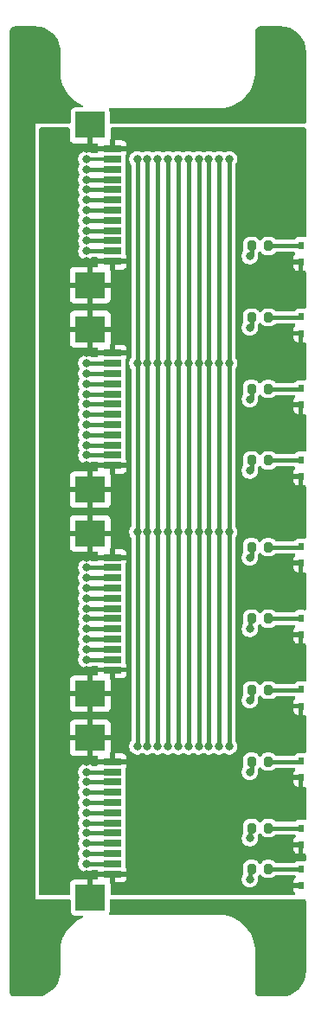
<source format=gbr>
%TF.GenerationSoftware,KiCad,Pcbnew,9.0.6*%
%TF.CreationDate,2025-12-07T14:11:10+03:00*%
%TF.ProjectId,PMLED-10,504d4c45-442d-4313-902e-6b696361645f,rev?*%
%TF.SameCoordinates,PX3ec0740PY6021600*%
%TF.FileFunction,Copper,L1,Top*%
%TF.FilePolarity,Positive*%
%FSLAX46Y46*%
G04 Gerber Fmt 4.6, Leading zero omitted, Abs format (unit mm)*
G04 Created by KiCad (PCBNEW 9.0.6) date 2025-12-07 14:11:10*
%MOMM*%
%LPD*%
G01*
G04 APERTURE LIST*
G04 Aperture macros list*
%AMRoundRect*
0 Rectangle with rounded corners*
0 $1 Rounding radius*
0 $2 $3 $4 $5 $6 $7 $8 $9 X,Y pos of 4 corners*
0 Add a 4 corners polygon primitive as box body*
4,1,4,$2,$3,$4,$5,$6,$7,$8,$9,$2,$3,0*
0 Add four circle primitives for the rounded corners*
1,1,$1+$1,$2,$3*
1,1,$1+$1,$4,$5*
1,1,$1+$1,$6,$7*
1,1,$1+$1,$8,$9*
0 Add four rect primitives between the rounded corners*
20,1,$1+$1,$2,$3,$4,$5,0*
20,1,$1+$1,$4,$5,$6,$7,0*
20,1,$1+$1,$6,$7,$8,$9,0*
20,1,$1+$1,$8,$9,$2,$3,0*%
G04 Aperture macros list end*
%TA.AperFunction,SMDPad,CuDef*%
%ADD10RoundRect,0.200000X-0.200000X-0.275000X0.200000X-0.275000X0.200000X0.275000X-0.200000X0.275000X0*%
%TD*%
%TA.AperFunction,SMDPad,CuDef*%
%ADD11R,0.480000X0.770000*%
%TD*%
%TA.AperFunction,SMDPad,CuDef*%
%ADD12R,1.803400X0.635000*%
%TD*%
%TA.AperFunction,SMDPad,CuDef*%
%ADD13R,2.997200X2.590800*%
%TD*%
%TA.AperFunction,ComponentPad*%
%ADD14C,4.400000*%
%TD*%
%TA.AperFunction,ViaPad*%
%ADD15C,0.800000*%
%TD*%
%TA.AperFunction,Conductor*%
%ADD16C,0.400000*%
%TD*%
%TA.AperFunction,Conductor*%
%ADD17C,0.300000*%
%TD*%
G04 APERTURE END LIST*
D10*
%TO.P,R5,1*%
%TO.N,/LED4*%
X9175000Y-3500000D03*
%TO.P,R5,2*%
%TO.N,Net-(D5-A)*%
X10825000Y-3500000D03*
%TD*%
%TO.P,R10,1*%
%TO.N,/LED9*%
X9175000Y-35000000D03*
%TO.P,R10,2*%
%TO.N,Net-(D10-A)*%
X10825000Y-35000000D03*
%TD*%
D11*
%TO.P,D2,1,K*%
%TO.N,GND*%
X14000000Y17435000D03*
%TO.P,D2,2,A*%
%TO.N,Net-(D2-A)*%
X14000000Y19065000D03*
%TD*%
%TO.P,D3,1,K*%
%TO.N,GND*%
X14000000Y10435000D03*
%TO.P,D3,2,A*%
%TO.N,Net-(D3-A)*%
X14000000Y12065000D03*
%TD*%
D10*
%TO.P,R9,1*%
%TO.N,/LED8*%
X9175000Y-31000000D03*
%TO.P,R9,2*%
%TO.N,Net-(D9-A)*%
X10825000Y-31000000D03*
%TD*%
%TO.P,R3,1*%
%TO.N,/LED2*%
X9175000Y12000000D03*
%TO.P,R3,2*%
%TO.N,Net-(D3-A)*%
X10825000Y12000000D03*
%TD*%
%TO.P,R4,1*%
%TO.N,/LED3*%
X9175000Y5000000D03*
%TO.P,R4,2*%
%TO.N,Net-(D4-A)*%
X10825000Y5000000D03*
%TD*%
D12*
%TO.P,J1,1,Pin_1*%
%TO.N,GND*%
X-4444000Y35499992D03*
%TO.P,J1,2,Pin_2*%
%TO.N,/LED0*%
X-4444000Y34499994D03*
%TO.P,J1,3,Pin_3*%
%TO.N,/LED1*%
X-4444000Y33499996D03*
%TO.P,J1,4,Pin_4*%
%TO.N,/LED2*%
X-4444000Y32499998D03*
%TO.P,J1,5,Pin_5*%
%TO.N,/LED3*%
X-4444000Y31500000D03*
%TO.P,J1,6,Pin_6*%
%TO.N,/LED4*%
X-4444000Y30500000D03*
%TO.P,J1,7,Pin_7*%
%TO.N,/LED5*%
X-4444000Y29500000D03*
%TO.P,J1,8,Pin_8*%
%TO.N,/LED6*%
X-4444000Y28500000D03*
%TO.P,J1,9,Pin_9*%
%TO.N,/LED7*%
X-4444000Y27500002D03*
%TO.P,J1,10,Pin_10*%
%TO.N,/LED8*%
X-4444000Y26500004D03*
%TO.P,J1,11,Pin_11*%
%TO.N,/LED9*%
X-4444000Y25500006D03*
%TO.P,J1,12,Pin_11*%
%TO.N,GND*%
X-4444000Y24500008D03*
D13*
%TO.P,J1,13,Pin_11*%
X-6614001Y37850003D03*
X-6614001Y22149997D03*
%TD*%
D11*
%TO.P,D8,1,K*%
%TO.N,GND*%
X14000000Y-26065000D03*
%TO.P,D8,2,A*%
%TO.N,Net-(D8-A)*%
X14000000Y-24435000D03*
%TD*%
D10*
%TO.P,R7,1*%
%TO.N,/LED6*%
X9175000Y-17500000D03*
%TO.P,R7,2*%
%TO.N,Net-(D7-A)*%
X10825000Y-17500000D03*
%TD*%
D11*
%TO.P,D7,1,K*%
%TO.N,GND*%
X14000000Y-19065000D03*
%TO.P,D7,2,A*%
%TO.N,Net-(D7-A)*%
X14000000Y-17435000D03*
%TD*%
%TO.P,D9,1,K*%
%TO.N,GND*%
X14000000Y-32630000D03*
%TO.P,D9,2,A*%
%TO.N,Net-(D9-A)*%
X14000000Y-31000000D03*
%TD*%
%TO.P,D1,1,K*%
%TO.N,GND*%
X14000000Y24435000D03*
%TO.P,D1,2,A*%
%TO.N,Net-(D1-A)*%
X14000000Y26065000D03*
%TD*%
%TO.P,D4,1,K*%
%TO.N,GND*%
X14000000Y3435000D03*
%TO.P,D4,2,A*%
%TO.N,Net-(D4-A)*%
X14000000Y5065000D03*
%TD*%
D10*
%TO.P,R8,1*%
%TO.N,/LED7*%
X9175000Y-24500000D03*
%TO.P,R8,2*%
%TO.N,Net-(D8-A)*%
X10825000Y-24500000D03*
%TD*%
D11*
%TO.P,D10,1,K*%
%TO.N,GND*%
X14000000Y-36630000D03*
%TO.P,D10,2,A*%
%TO.N,Net-(D10-A)*%
X14000000Y-35000000D03*
%TD*%
D10*
%TO.P,R6,1*%
%TO.N,/LED5*%
X9175000Y-10500000D03*
%TO.P,R6,2*%
%TO.N,Net-(D6-A)*%
X10825000Y-10500000D03*
%TD*%
D14*
%TO.P,H2,1,1*%
%TO.N,PE*%
X-12000000Y-45000000D03*
%TD*%
D12*
%TO.P,J3,1,Pin_1*%
%TO.N,GND*%
X-4444000Y-4500008D03*
%TO.P,J3,2,Pin_2*%
%TO.N,/LED0*%
X-4444000Y-5500006D03*
%TO.P,J3,3,Pin_3*%
%TO.N,/LED1*%
X-4444000Y-6500004D03*
%TO.P,J3,4,Pin_4*%
%TO.N,/LED2*%
X-4444000Y-7500002D03*
%TO.P,J3,5,Pin_5*%
%TO.N,/LED3*%
X-4444000Y-8500000D03*
%TO.P,J3,6,Pin_6*%
%TO.N,/LED4*%
X-4444000Y-9500000D03*
%TO.P,J3,7,Pin_7*%
%TO.N,/LED5*%
X-4444000Y-10500000D03*
%TO.P,J3,8,Pin_8*%
%TO.N,/LED6*%
X-4444000Y-11500000D03*
%TO.P,J3,9,Pin_9*%
%TO.N,/LED7*%
X-4444000Y-12499998D03*
%TO.P,J3,10,Pin_10*%
%TO.N,/LED8*%
X-4444000Y-13499996D03*
%TO.P,J3,11,Pin_11*%
%TO.N,/LED9*%
X-4444000Y-14499994D03*
%TO.P,J3,12,Pin_11*%
%TO.N,GND*%
X-4444000Y-15499992D03*
D13*
%TO.P,J3,13,Pin_11*%
X-6614001Y-2149997D03*
X-6614001Y-17850003D03*
%TD*%
D14*
%TO.P,H3,1,1*%
%TO.N,PE*%
X12000000Y45000000D03*
%TD*%
D10*
%TO.P,R1,1*%
%TO.N,/LED0*%
X9175000Y26000000D03*
%TO.P,R1,2*%
%TO.N,Net-(D1-A)*%
X10825000Y26000000D03*
%TD*%
D14*
%TO.P,H5,1,1*%
%TO.N,PE*%
X-12000000Y45000000D03*
%TD*%
D10*
%TO.P,R2,1*%
%TO.N,/LED1*%
X9175000Y19000000D03*
%TO.P,R2,2*%
%TO.N,Net-(D2-A)*%
X10825000Y19000000D03*
%TD*%
D12*
%TO.P,J2,1,Pin_1*%
%TO.N,GND*%
X-4444000Y15499992D03*
%TO.P,J2,2,Pin_2*%
%TO.N,/LED0*%
X-4444000Y14499994D03*
%TO.P,J2,3,Pin_3*%
%TO.N,/LED1*%
X-4444000Y13499996D03*
%TO.P,J2,4,Pin_4*%
%TO.N,/LED2*%
X-4444000Y12499998D03*
%TO.P,J2,5,Pin_5*%
%TO.N,/LED3*%
X-4444000Y11500000D03*
%TO.P,J2,6,Pin_6*%
%TO.N,/LED4*%
X-4444000Y10500000D03*
%TO.P,J2,7,Pin_7*%
%TO.N,/LED5*%
X-4444000Y9500000D03*
%TO.P,J2,8,Pin_8*%
%TO.N,/LED6*%
X-4444000Y8500000D03*
%TO.P,J2,9,Pin_9*%
%TO.N,/LED7*%
X-4444000Y7500002D03*
%TO.P,J2,10,Pin_10*%
%TO.N,/LED8*%
X-4444000Y6500004D03*
%TO.P,J2,11,Pin_11*%
%TO.N,/LED9*%
X-4444000Y5500006D03*
%TO.P,J2,12,Pin_11*%
%TO.N,GND*%
X-4444000Y4500008D03*
D13*
%TO.P,J2,13,Pin_11*%
X-6614001Y17850003D03*
X-6614001Y2149997D03*
%TD*%
D11*
%TO.P,D6,1,K*%
%TO.N,GND*%
X14000000Y-12065000D03*
%TO.P,D6,2,A*%
%TO.N,Net-(D6-A)*%
X14000000Y-10435000D03*
%TD*%
D12*
%TO.P,J4,1,Pin_1*%
%TO.N,GND*%
X-4444000Y-24500008D03*
%TO.P,J4,2,Pin_2*%
%TO.N,/LED0*%
X-4444000Y-25500006D03*
%TO.P,J4,3,Pin_3*%
%TO.N,/LED1*%
X-4444000Y-26500004D03*
%TO.P,J4,4,Pin_4*%
%TO.N,/LED2*%
X-4444000Y-27500002D03*
%TO.P,J4,5,Pin_5*%
%TO.N,/LED3*%
X-4444000Y-28500000D03*
%TO.P,J4,6,Pin_6*%
%TO.N,/LED4*%
X-4444000Y-29500000D03*
%TO.P,J4,7,Pin_7*%
%TO.N,/LED5*%
X-4444000Y-30500000D03*
%TO.P,J4,8,Pin_8*%
%TO.N,/LED6*%
X-4444000Y-31500000D03*
%TO.P,J4,9,Pin_9*%
%TO.N,/LED7*%
X-4444000Y-32499998D03*
%TO.P,J4,10,Pin_10*%
%TO.N,/LED8*%
X-4444000Y-33499996D03*
%TO.P,J4,11,Pin_11*%
%TO.N,/LED9*%
X-4444000Y-34499994D03*
%TO.P,J4,12,Pin_11*%
%TO.N,GND*%
X-4444000Y-35499992D03*
D13*
%TO.P,J4,13,Pin_11*%
X-6614001Y-22149997D03*
X-6614001Y-37850003D03*
%TD*%
D11*
%TO.P,D5,1,K*%
%TO.N,GND*%
X14000000Y-5065000D03*
%TO.P,D5,2,A*%
%TO.N,Net-(D5-A)*%
X14000000Y-3435000D03*
%TD*%
D14*
%TO.P,H1,1,1*%
%TO.N,PE*%
X12000000Y-45000000D03*
%TD*%
D15*
%TO.N,/LED9*%
X7000000Y-23000000D03*
%TO.N,/LED5*%
X3000000Y-2000000D03*
%TO.N,/LED1*%
X-1000000Y14500000D03*
%TO.N,GND*%
X-7000000Y24500000D03*
X-7000000Y-15500000D03*
X-7000000Y4500000D03*
X-7000000Y-4500000D03*
X-7000000Y15500000D03*
X-7000000Y35500000D03*
X-7000000Y-24500000D03*
X-7000000Y-35500000D03*
%TO.N,/LED2*%
X0Y14500000D03*
X-7000000Y32500000D03*
X9000000Y11000000D03*
X0Y-2000000D03*
X-7000000Y-7500000D03*
X0Y34500000D03*
X0Y-23000000D03*
X-7000000Y-27500000D03*
X-7000000Y12500000D03*
%TO.N,/LED3*%
X1000000Y-2000000D03*
X-7000000Y31500000D03*
X1000000Y-23000000D03*
X9000000Y4000000D03*
X1000000Y14500000D03*
X-7000000Y-28500000D03*
X1000000Y34500000D03*
X-7000000Y-8500000D03*
X-7000000Y11500000D03*
%TO.N,/LED4*%
X2000000Y-23000000D03*
X-7000000Y-29500000D03*
X2000000Y34500000D03*
X-7000000Y-9500000D03*
X2000000Y-2000000D03*
X2000000Y14500000D03*
X9000000Y-4500000D03*
X-7000000Y10500000D03*
X-7000000Y30500000D03*
%TO.N,/LED7*%
X5000000Y-2000000D03*
X-7000000Y-12500000D03*
X5000000Y14500000D03*
X5000000Y34500000D03*
X5000000Y-23000000D03*
X-7000000Y7500000D03*
X-7000000Y27500000D03*
X-7000000Y-32500000D03*
X9000000Y-25500000D03*
%TO.N,/LED5*%
X-7000000Y9500000D03*
X-7000000Y-30500000D03*
X-7000000Y29500000D03*
X3000000Y34500000D03*
X3000000Y-23000000D03*
X-7000000Y-10500000D03*
X3000000Y14500000D03*
X9000000Y-11500000D03*
%TO.N,/LED0*%
X-2000000Y14500000D03*
X-7000000Y34500000D03*
X-7000000Y-25500000D03*
X-7000000Y14500000D03*
X-2000000Y34500000D03*
X9000000Y25000000D03*
X-7000000Y-5500000D03*
X-2000000Y-23000000D03*
X-2000000Y-2000000D03*
%TO.N,/LED1*%
X-7000000Y-26500000D03*
X-1000000Y-2000000D03*
X-1000000Y34500000D03*
X-7000000Y-6500000D03*
X-7000000Y33500000D03*
X-7000000Y13500000D03*
X9000000Y18000000D03*
X-1000000Y-23000000D03*
%TO.N,/LED6*%
X4000000Y14500000D03*
X-7000000Y-11500000D03*
X4000000Y-23000000D03*
X4000000Y34500000D03*
X9000000Y-18500000D03*
X-7000000Y8500000D03*
X-7000000Y28500000D03*
X4000000Y-2000000D03*
X-7000000Y-31500000D03*
%TO.N,/LED9*%
X7000000Y34500000D03*
X9000000Y-36000000D03*
X-7000000Y25500000D03*
X7000000Y-2000000D03*
X-7000000Y-34500000D03*
X-7000000Y-14500000D03*
X7000000Y14500000D03*
X-7000000Y5500000D03*
%TO.N,/LED8*%
X6000000Y14500000D03*
X-7000000Y26500000D03*
X9000000Y-32000000D03*
X6000000Y34500000D03*
X-7000000Y-33500000D03*
X6000000Y-23000000D03*
X-7000000Y-13500000D03*
X6000000Y-2000000D03*
X-7000000Y6500000D03*
%TD*%
D16*
%TO.N,/LED9*%
X7000000Y34500000D02*
X7000000Y-23000000D01*
%TO.N,/LED8*%
X6000000Y34500000D02*
X6000000Y-23000000D01*
%TO.N,/LED7*%
X5000000Y34500000D02*
X5000000Y-23000000D01*
%TO.N,/LED6*%
X4000000Y34500000D02*
X4000000Y-23000000D01*
%TO.N,/LED5*%
X3000000Y34500000D02*
X3000000Y-23000000D01*
%TO.N,/LED4*%
X2000000Y34500000D02*
X2000000Y-23000000D01*
%TO.N,/LED3*%
X1000000Y34500000D02*
X1000000Y-23000000D01*
%TO.N,/LED2*%
X0Y34500000D02*
X0Y-23000000D01*
%TO.N,/LED1*%
X-1000000Y34500000D02*
X-1000000Y-23000000D01*
%TO.N,/LED0*%
X-2000000Y14500000D02*
X-2000000Y-23000000D01*
%TO.N,Net-(D9-A)*%
X10825000Y-31000000D02*
X14000000Y-31000000D01*
%TO.N,Net-(D10-A)*%
X10825000Y-35000000D02*
X14000000Y-35000000D01*
%TO.N,Net-(D1-A)*%
X10825000Y26000000D02*
X13935000Y26000000D01*
%TO.N,Net-(D2-A)*%
X10825000Y19000000D02*
X13935000Y19000000D01*
%TO.N,Net-(D3-A)*%
X10825000Y12000000D02*
X13935000Y12000000D01*
X13935000Y12000000D02*
X14000000Y12065000D01*
%TO.N,Net-(D4-A)*%
X13935000Y5000000D02*
X14000000Y5065000D01*
X10825000Y5000000D02*
X13935000Y5000000D01*
%TO.N,Net-(D5-A)*%
X10825000Y-3500000D02*
X13935000Y-3500000D01*
X13935000Y-3500000D02*
X14000000Y-3435000D01*
%TO.N,Net-(D6-A)*%
X10825000Y-10500000D02*
X13935000Y-10500000D01*
X13935000Y-10500000D02*
X14000000Y-10435000D01*
%TO.N,Net-(D7-A)*%
X13935000Y-17500000D02*
X14000000Y-17435000D01*
X10825000Y-17500000D02*
X13935000Y-17500000D01*
%TO.N,Net-(D8-A)*%
X10825000Y-24500000D02*
X13935000Y-24500000D01*
X13935000Y-24500000D02*
X14000000Y-24435000D01*
%TO.N,/LED2*%
X-7000000Y-27500000D02*
X-4444006Y-27500000D01*
X-7000000Y-7500000D02*
X-4444006Y-7500000D01*
X-7000000Y32500000D02*
X-4444006Y32500000D01*
X9000000Y11000000D02*
X9175000Y11175000D01*
X-7000000Y12500000D02*
X-4444006Y12500000D01*
X9175000Y11175000D02*
X9175000Y12000000D01*
%TO.N,/LED3*%
X9000000Y4000000D02*
X9175000Y4175000D01*
X9175000Y4175000D02*
X9175000Y5000000D01*
X-7000000Y11500000D02*
X-4444006Y11500000D01*
X-7000000Y-28500000D02*
X-4444006Y-28500000D01*
X-7000000Y31500000D02*
X-4444006Y31500000D01*
X-7000000Y-8500000D02*
X-4444006Y-8500000D01*
%TO.N,/LED4*%
X-7000000Y-9500000D02*
X-4444006Y-9500000D01*
X-7000000Y30500000D02*
X-4444006Y30500000D01*
X-7000000Y10500000D02*
X-4444006Y10500000D01*
X9175000Y-4325000D02*
X9175000Y-3500000D01*
X9000000Y-4500000D02*
X9175000Y-4325000D01*
X-7000000Y-29500000D02*
X-4444006Y-29500000D01*
%TO.N,/LED7*%
X9175000Y-25325000D02*
X9175000Y-24500000D01*
X-7000000Y27500000D02*
X-4444006Y27500000D01*
X-7000000Y-32500000D02*
X-4444006Y-32500000D01*
X-7000000Y7500000D02*
X-4444006Y7500000D01*
X-7000000Y-12500000D02*
X-4444006Y-12500000D01*
X9000000Y-25500000D02*
X9175000Y-25325000D01*
%TO.N,/LED5*%
X-7000000Y-10500000D02*
X-4444006Y-10500000D01*
X-7000000Y-30500000D02*
X-4444006Y-30500000D01*
X9000000Y-10675000D02*
X9175000Y-10500000D01*
X-7000000Y9500000D02*
X-4444006Y9500000D01*
X-7000000Y29500000D02*
X-4444006Y29500000D01*
X9000000Y-11500000D02*
X9000000Y-10675000D01*
%TO.N,/LED0*%
X9175000Y25175000D02*
X9175000Y26000000D01*
X-7000000Y-5500000D02*
X-4444006Y-5500000D01*
X-7000000Y14500000D02*
X-4444006Y14500000D01*
X9000000Y25000000D02*
X9175000Y25175000D01*
X-7000000Y-25500000D02*
X-4444006Y-25500000D01*
D17*
X-4444006Y34500000D02*
X-4444000Y34499994D01*
D16*
X-2000000Y34500000D02*
X-2000000Y14500000D01*
D17*
X-7000000Y34500000D02*
X-4444006Y34500000D01*
D16*
%TO.N,/LED1*%
X-7000000Y13500000D02*
X-4444006Y13500000D01*
X-7000000Y-26500000D02*
X-4444006Y-26500000D01*
X-7000000Y33500000D02*
X-4444006Y33500000D01*
X9175000Y18175000D02*
X9175000Y19000000D01*
X-7000000Y-6500000D02*
X-4444006Y-6500000D01*
X9000000Y18000000D02*
X9175000Y18175000D01*
%TO.N,/LED6*%
X-7000000Y8500000D02*
X-4444006Y8500000D01*
X-7000000Y-31500000D02*
X-4444006Y-31500000D01*
X9175000Y-18325000D02*
X9175000Y-17500000D01*
X-7000000Y28500000D02*
X-4444006Y28500000D01*
X-7000000Y-11500000D02*
X-4444006Y-11500000D01*
X9000000Y-18500000D02*
X9175000Y-18325000D01*
%TO.N,/LED9*%
X9000000Y-35175000D02*
X9175000Y-35000000D01*
X-7000000Y-14500000D02*
X-4444006Y-14500000D01*
X-7000000Y-34500000D02*
X-4444006Y-34500000D01*
X-7000000Y25500000D02*
X-4444006Y25500000D01*
X-7000000Y5500000D02*
X-4444006Y5500000D01*
X9000000Y-36000000D02*
X9000000Y-35175000D01*
%TO.N,/LED8*%
X9000000Y-32000000D02*
X9000000Y-31175000D01*
X-7000000Y6500000D02*
X-4444006Y6500000D01*
X-7000000Y-33500000D02*
X-4444006Y-33500000D01*
X-7000000Y-13500000D02*
X-4444006Y-13500000D01*
X-7000000Y26500000D02*
X-4444006Y26500000D01*
X9000000Y-31175000D02*
X9175000Y-31000000D01*
%TD*%
%TA.AperFunction,Conductor*%
%TO.N,PE*%
G36*
X-11996264Y47499274D02*
G01*
X-11964089Y47497328D01*
X-11706204Y47481729D01*
X-11691343Y47479925D01*
X-11409202Y47428220D01*
X-11394665Y47424637D01*
X-11120828Y47339305D01*
X-11106837Y47334000D01*
X-10845257Y47216273D01*
X-10832011Y47209320D01*
X-10586535Y47060925D01*
X-10574224Y47052427D01*
X-10348427Y46875527D01*
X-10337219Y46865597D01*
X-10134404Y46662782D01*
X-10124475Y46651575D01*
X-10004519Y46498462D01*
X-9947578Y46425783D01*
X-9939072Y46413460D01*
X-9790684Y46167996D01*
X-9783725Y46154737D01*
X-9666003Y45893169D01*
X-9660694Y45879168D01*
X-9575365Y45605337D01*
X-9571781Y45590799D01*
X-9520077Y45308660D01*
X-9518272Y45293795D01*
X-9500726Y45003738D01*
X-9500500Y44996251D01*
X-9500500Y42828035D01*
X-9466790Y42485751D01*
X-9399692Y42148428D01*
X-9299850Y41819294D01*
X-9168230Y41501536D01*
X-9168228Y41501531D01*
X-9006107Y41198225D01*
X-9006096Y41198207D01*
X-8815025Y40912249D01*
X-8815015Y40912235D01*
X-8596824Y40646368D01*
X-8353633Y40403177D01*
X-8353628Y40403173D01*
X-8353627Y40403172D01*
X-8087760Y40184981D01*
X-7801787Y39993900D01*
X-7801778Y39993895D01*
X-7801776Y39993894D01*
X-7498470Y39831773D01*
X-7498468Y39831773D01*
X-7498462Y39831769D01*
X-7384257Y39784464D01*
X-7329853Y39740623D01*
X-7307788Y39674329D01*
X-7325067Y39606630D01*
X-7376204Y39559019D01*
X-7431709Y39545903D01*
X-8144119Y39545903D01*
X-8224254Y39533211D01*
X-8237905Y39531049D01*
X-8350943Y39473453D01*
X-8350944Y39473452D01*
X-8350949Y39473449D01*
X-8440647Y39383751D01*
X-8440650Y39383746D01*
X-8498249Y39270705D01*
X-8513101Y39176928D01*
X-8513101Y38124000D01*
X-8532786Y38056961D01*
X-8585590Y38011206D01*
X-8637101Y38000000D01*
X-12000000Y38000000D01*
X-12000000Y-38000000D01*
X-8637100Y-38000000D01*
X-8570061Y-38019685D01*
X-8524306Y-38072489D01*
X-8513101Y-38123998D01*
X-8513100Y-39176921D01*
X-8498247Y-39270707D01*
X-8440651Y-39383745D01*
X-8440649Y-39383747D01*
X-8440647Y-39383750D01*
X-8350949Y-39473448D01*
X-8350947Y-39473449D01*
X-8350943Y-39473453D01*
X-8237905Y-39531049D01*
X-8237903Y-39531050D01*
X-8144126Y-39545902D01*
X-8144120Y-39545903D01*
X-7431708Y-39545902D01*
X-7364670Y-39565586D01*
X-7318915Y-39618390D01*
X-7308971Y-39687549D01*
X-7337996Y-39751105D01*
X-7384256Y-39784463D01*
X-7498465Y-39831770D01*
X-7498470Y-39831772D01*
X-7801776Y-39993893D01*
X-7801794Y-39993904D01*
X-8087752Y-40184975D01*
X-8087766Y-40184985D01*
X-8353633Y-40403176D01*
X-8596824Y-40646367D01*
X-8815015Y-40912234D01*
X-8815025Y-40912248D01*
X-9006096Y-41198206D01*
X-9006107Y-41198224D01*
X-9168228Y-41501530D01*
X-9168230Y-41501535D01*
X-9299850Y-41819293D01*
X-9399692Y-42148427D01*
X-9466790Y-42485750D01*
X-9500500Y-42828034D01*
X-9500500Y-44996266D01*
X-9500726Y-45003753D01*
X-9518271Y-45293795D01*
X-9520076Y-45308660D01*
X-9571780Y-45590798D01*
X-9575364Y-45605336D01*
X-9660695Y-45879175D01*
X-9666005Y-45893177D01*
X-9783722Y-46154731D01*
X-9790680Y-46167988D01*
X-9939071Y-46413459D01*
X-9947577Y-46425783D01*
X-10124474Y-46651574D01*
X-10134404Y-46662782D01*
X-10337218Y-46865596D01*
X-10348426Y-46875526D01*
X-10574217Y-47052423D01*
X-10586541Y-47060929D01*
X-10832012Y-47209320D01*
X-10845269Y-47216278D01*
X-11106823Y-47333995D01*
X-11120825Y-47339305D01*
X-11394664Y-47424636D01*
X-11409202Y-47428220D01*
X-11691340Y-47479924D01*
X-11706205Y-47481729D01*
X-11996263Y-47499275D01*
X-12003750Y-47499501D01*
X-13993039Y-47499501D01*
X-14006922Y-47498721D01*
X-14097265Y-47488542D01*
X-14124332Y-47482365D01*
X-14203544Y-47454647D01*
X-14228553Y-47442603D01*
X-14299605Y-47397958D01*
X-14321314Y-47380645D01*
X-14380646Y-47321313D01*
X-14397958Y-47299605D01*
X-14442604Y-47228553D01*
X-14454650Y-47203538D01*
X-14482364Y-47124333D01*
X-14488542Y-47097263D01*
X-14489613Y-47087761D01*
X-14498718Y-47006947D01*
X-14499498Y-46993068D01*
X-14499498Y-46934108D01*
X-14499500Y-46934100D01*
X-14499500Y46924106D01*
X-14499499Y46924119D01*
X-14499499Y46993040D01*
X-14498719Y47006922D01*
X-14493593Y47052423D01*
X-14488540Y47097270D01*
X-14482367Y47124323D01*
X-14454643Y47203551D01*
X-14442604Y47228550D01*
X-14397957Y47299603D01*
X-14380645Y47321311D01*
X-14321311Y47380645D01*
X-14299607Y47397955D01*
X-14228546Y47442606D01*
X-14203542Y47454646D01*
X-14124331Y47482364D01*
X-14097278Y47488539D01*
X-14006901Y47498722D01*
X-13993028Y47499500D01*
X-13934107Y47499500D01*
X-12065892Y47499500D01*
X-12003751Y47499500D01*
X-11996264Y47499274D01*
G37*
%TD.AperFunction*%
%TA.AperFunction,Conductor*%
G36*
X14438247Y-38019685D02*
G01*
X14484002Y-38072489D01*
X14495208Y-38124000D01*
X14495208Y-45067210D01*
X14494982Y-45074697D01*
X14481729Y-45293795D01*
X14479924Y-45308660D01*
X14428220Y-45590798D01*
X14424636Y-45605336D01*
X14339305Y-45879175D01*
X14333995Y-45893177D01*
X14216278Y-46154731D01*
X14209320Y-46167988D01*
X14060929Y-46413459D01*
X14052423Y-46425783D01*
X13875526Y-46651574D01*
X13865596Y-46662782D01*
X13662782Y-46865596D01*
X13651574Y-46875526D01*
X13425783Y-47052423D01*
X13413459Y-47060929D01*
X13167988Y-47209320D01*
X13154731Y-47216278D01*
X12893177Y-47333995D01*
X12879175Y-47339305D01*
X12605336Y-47424636D01*
X12590798Y-47428220D01*
X12308660Y-47479924D01*
X12293795Y-47481729D01*
X12003737Y-47499275D01*
X11996250Y-47499501D01*
X10006961Y-47499501D01*
X9993078Y-47498721D01*
X9902735Y-47488542D01*
X9875668Y-47482365D01*
X9796456Y-47454647D01*
X9771447Y-47442603D01*
X9700395Y-47397958D01*
X9678686Y-47380645D01*
X9619354Y-47321313D01*
X9602042Y-47299605D01*
X9557396Y-47228553D01*
X9545350Y-47203538D01*
X9517636Y-47124333D01*
X9511458Y-47097264D01*
X9510387Y-47087761D01*
X9501282Y-47006947D01*
X9500502Y-46993071D01*
X9500502Y-46993068D01*
X9500502Y-46934108D01*
X9500499Y-46934097D01*
X9500501Y-42934108D01*
X9500501Y-42828030D01*
X9466790Y-42485749D01*
X9399691Y-42148421D01*
X9299851Y-41819294D01*
X9168232Y-41501537D01*
X9006107Y-41198224D01*
X9006107Y-41198223D01*
X9006106Y-41198221D01*
X9006101Y-41198212D01*
X8815020Y-40912239D01*
X8596828Y-40646372D01*
X8596827Y-40646371D01*
X8596823Y-40646366D01*
X8353633Y-40403176D01*
X8087766Y-40184984D01*
X8087762Y-40184981D01*
X8087761Y-40184980D01*
X7801788Y-39993899D01*
X7801783Y-39993896D01*
X7801776Y-39993892D01*
X7498470Y-39831771D01*
X7498465Y-39831769D01*
X7180707Y-39700149D01*
X6851573Y-39600307D01*
X6514249Y-39533209D01*
X6514250Y-39533209D01*
X6256457Y-39507820D01*
X6171970Y-39499499D01*
X6171967Y-39499499D01*
X6065828Y-39499499D01*
X6065764Y-39499482D01*
X5999256Y-39499499D01*
X5934109Y-39499499D01*
X5926565Y-39499499D01*
X5926277Y-39499516D01*
X-4645336Y-39502219D01*
X-4712381Y-39482552D01*
X-4758149Y-39429759D01*
X-4768110Y-39360603D01*
X-4755855Y-39321929D01*
X-4729755Y-39270707D01*
X-4729754Y-39270703D01*
X-4714901Y-39176927D01*
X-4714901Y-38124000D01*
X-4695216Y-38056961D01*
X-4642412Y-38011206D01*
X-4590901Y-38000000D01*
X14371208Y-38000000D01*
X14438247Y-38019685D01*
G37*
%TD.AperFunction*%
%TA.AperFunction,Conductor*%
G36*
X12003737Y47499275D02*
G01*
X12293797Y47481730D01*
X12308660Y47479925D01*
X12590798Y47428221D01*
X12605335Y47424638D01*
X12879183Y47339303D01*
X12893164Y47334001D01*
X13154735Y47216277D01*
X13167988Y47209321D01*
X13413459Y47060930D01*
X13425777Y47052428D01*
X13576801Y46934108D01*
X13651574Y46875527D01*
X13662782Y46865597D01*
X13865596Y46662783D01*
X13875526Y46651575D01*
X14052425Y46425781D01*
X14060929Y46413460D01*
X14209320Y46167989D01*
X14216278Y46154732D01*
X14333995Y45893178D01*
X14339305Y45879176D01*
X14424636Y45605337D01*
X14428220Y45590799D01*
X14479924Y45308661D01*
X14481729Y45293796D01*
X14494982Y45074699D01*
X14495208Y45067212D01*
X14495208Y38124000D01*
X14475523Y38056961D01*
X14422719Y38011206D01*
X14371208Y38000000D01*
X-4590902Y38000000D01*
X-4657941Y38019685D01*
X-4703696Y38072489D01*
X-4714902Y38124000D01*
X-4714902Y39176921D01*
X-4714903Y39176928D01*
X-4729755Y39270707D01*
X-4754468Y39319208D01*
X-4767363Y39387874D01*
X-4741087Y39452615D01*
X-4683981Y39492872D01*
X-4643982Y39499500D01*
X6171966Y39499500D01*
X6171969Y39499500D01*
X6514250Y39533211D01*
X6851578Y39600310D01*
X7180705Y39700150D01*
X7498462Y39831769D01*
X7801787Y39993900D01*
X8087760Y40184981D01*
X8353627Y40403172D01*
X8596828Y40646373D01*
X8815019Y40912240D01*
X9006100Y41198213D01*
X9168231Y41501538D01*
X9299850Y41819295D01*
X9399690Y42148422D01*
X9466789Y42485750D01*
X9500500Y42828031D01*
X9500500Y43000000D01*
X9500500Y43065892D01*
X9500500Y46934101D01*
X9500502Y46934108D01*
X9500502Y46993044D01*
X9501282Y47006923D01*
X9507367Y47060930D01*
X9511461Y47097269D01*
X9517637Y47124330D01*
X9545356Y47203548D01*
X9557398Y47228550D01*
X9602048Y47299611D01*
X9619351Y47321307D01*
X9678692Y47380648D01*
X9700391Y47397953D01*
X9771452Y47442603D01*
X9796458Y47454646D01*
X9875671Y47482364D01*
X9902735Y47488540D01*
X9947678Y47493603D01*
X9993108Y47498721D01*
X10006990Y47499501D01*
X10065893Y47499501D01*
X11934109Y47499501D01*
X11996250Y47499501D01*
X12003737Y47499275D01*
G37*
%TD.AperFunction*%
%TD*%
%TA.AperFunction,Conductor*%
%TO.N,GND*%
G36*
X-6420962Y37830318D02*
G01*
X-6375207Y37777514D01*
X-6364001Y37726003D01*
X-6364001Y36054603D01*
X-5963396Y36054603D01*
X-5896357Y36034918D01*
X-5850602Y35982114D01*
X-5840107Y35917347D01*
X-5845700Y35865337D01*
X-5845700Y35749992D01*
X-4694000Y35749992D01*
X-4194000Y35749992D01*
X-3042300Y35749992D01*
X-3042300Y35865320D01*
X-3042301Y35865337D01*
X-3048702Y35924865D01*
X-3048704Y35924872D01*
X-3098946Y36059579D01*
X-3098950Y36059586D01*
X-3185110Y36174680D01*
X-3185113Y36174683D01*
X-3300207Y36260843D01*
X-3300214Y36260847D01*
X-3434921Y36311089D01*
X-3434928Y36311091D01*
X-3494456Y36317492D01*
X-4194000Y36317492D01*
X-4194000Y35749992D01*
X-4694000Y35749992D01*
X-4694000Y36327320D01*
X-4684461Y36359807D01*
X-4675495Y36392488D01*
X-4674523Y36393652D01*
X-4674315Y36394359D01*
X-4652861Y36419570D01*
X-4621775Y36447493D01*
X-4615403Y36506765D01*
X-4615401Y36506784D01*
X-4615401Y37470500D01*
X-4595716Y37537539D01*
X-4542912Y37583294D01*
X-4491401Y37594500D01*
X14371208Y37594500D01*
X14438247Y37574815D01*
X14484002Y37522011D01*
X14495208Y37470500D01*
X14495208Y26960257D01*
X14475523Y26893218D01*
X14422719Y26847463D01*
X14353561Y26837519D01*
X14351810Y26837784D01*
X14271524Y26850500D01*
X13728482Y26850500D01*
X13648196Y26837784D01*
X13634696Y26835646D01*
X13521658Y26778050D01*
X13521657Y26778049D01*
X13521652Y26778046D01*
X13431954Y26688348D01*
X13431949Y26688341D01*
X13421689Y26668204D01*
X13373714Y26617409D01*
X13311205Y26600500D01*
X11593299Y26600500D01*
X11526260Y26620185D01*
X11494923Y26649014D01*
X11453283Y26703281D01*
X11355842Y26778050D01*
X11327841Y26799536D01*
X11181762Y26860044D01*
X11181760Y26860045D01*
X11064361Y26875500D01*
X10585636Y26875500D01*
X10468246Y26860047D01*
X10468237Y26860044D01*
X10322160Y26799537D01*
X10196718Y26703282D01*
X10098376Y26575120D01*
X10041947Y26533918D01*
X9972201Y26529763D01*
X9911281Y26563976D01*
X9901624Y26575120D01*
X9830198Y26668204D01*
X9803282Y26703282D01*
X9677841Y26799536D01*
X9531762Y26860044D01*
X9531760Y26860045D01*
X9414361Y26875500D01*
X8935636Y26875500D01*
X8818246Y26860047D01*
X8818237Y26860044D01*
X8672160Y26799537D01*
X8546718Y26703282D01*
X8450463Y26577840D01*
X8389956Y26431763D01*
X8389955Y26431761D01*
X8374500Y26314362D01*
X8374500Y25685637D01*
X8388304Y25580780D01*
X8377538Y25511745D01*
X8368467Y25495706D01*
X8290609Y25379186D01*
X8290602Y25379173D01*
X8230264Y25233502D01*
X8230261Y25233490D01*
X8199500Y25078847D01*
X8199500Y24921154D01*
X8230261Y24766511D01*
X8230264Y24766499D01*
X8290602Y24620828D01*
X8290609Y24620815D01*
X8378210Y24489712D01*
X8378213Y24489708D01*
X8489707Y24378214D01*
X8489711Y24378211D01*
X8620814Y24290610D01*
X8620827Y24290603D01*
X8766498Y24230265D01*
X8766503Y24230263D01*
X8921153Y24199501D01*
X8921156Y24199500D01*
X8921158Y24199500D01*
X9078844Y24199500D01*
X9078845Y24199501D01*
X9233497Y24230263D01*
X9379179Y24290606D01*
X9409701Y24311000D01*
X9467267Y24349464D01*
X9487372Y24362899D01*
X9510289Y24378211D01*
X9621789Y24489711D01*
X9709394Y24620821D01*
X9769737Y24766503D01*
X9800500Y24921158D01*
X9800500Y25078842D01*
X9800500Y25078845D01*
X9777883Y25192545D01*
X9775500Y25216737D01*
X9775500Y25218420D01*
X9795185Y25285459D01*
X9801124Y25293906D01*
X9803284Y25296720D01*
X9899536Y25422159D01*
X9899535Y25422159D01*
X9901624Y25424880D01*
X9958052Y25466083D01*
X10027798Y25470238D01*
X10088718Y25436026D01*
X10098376Y25424880D01*
X10155076Y25350986D01*
X10196718Y25296718D01*
X10322159Y25200464D01*
X10468238Y25139956D01*
X10585639Y25124500D01*
X11064360Y25124501D01*
X11064363Y25124501D01*
X11181753Y25139954D01*
X11181757Y25139956D01*
X11181762Y25139956D01*
X11327841Y25200464D01*
X11453282Y25296718D01*
X11494923Y25350987D01*
X11551351Y25392189D01*
X11593299Y25399500D01*
X13327224Y25399500D01*
X13394263Y25379815D01*
X13440018Y25327011D01*
X13449962Y25257853D01*
X13420937Y25194297D01*
X13406185Y25180564D01*
X13402809Y25177188D01*
X13316649Y25062094D01*
X13316645Y25062087D01*
X13266403Y24927380D01*
X13266401Y24927373D01*
X13260000Y24867845D01*
X13260000Y24675000D01*
X13876000Y24675000D01*
X13943039Y24655315D01*
X13988794Y24602511D01*
X14000000Y24551000D01*
X14000000Y24435000D01*
X14116000Y24435000D01*
X14183039Y24415315D01*
X14228794Y24362511D01*
X14240000Y24311000D01*
X14240000Y23550000D01*
X14287828Y23550000D01*
X14287844Y23550001D01*
X14355087Y23557231D01*
X14355368Y23554617D01*
X14412462Y23551555D01*
X14469133Y23510689D01*
X14494715Y23445671D01*
X14495208Y23434619D01*
X14495208Y19960257D01*
X14475523Y19893218D01*
X14422719Y19847463D01*
X14353561Y19837519D01*
X14351810Y19837784D01*
X14271524Y19850500D01*
X13728482Y19850500D01*
X13648196Y19837784D01*
X13634696Y19835646D01*
X13521658Y19778050D01*
X13521657Y19778049D01*
X13521652Y19778046D01*
X13431954Y19688348D01*
X13431949Y19688341D01*
X13421689Y19668204D01*
X13373714Y19617409D01*
X13311205Y19600500D01*
X11593299Y19600500D01*
X11526260Y19620185D01*
X11494923Y19649014D01*
X11453283Y19703281D01*
X11355842Y19778050D01*
X11327841Y19799536D01*
X11181762Y19860044D01*
X11181760Y19860045D01*
X11064361Y19875500D01*
X10585636Y19875500D01*
X10468246Y19860047D01*
X10468237Y19860044D01*
X10322160Y19799537D01*
X10196718Y19703282D01*
X10098376Y19575120D01*
X10041947Y19533918D01*
X9972201Y19529763D01*
X9911281Y19563976D01*
X9901624Y19575120D01*
X9852607Y19639000D01*
X9803282Y19703282D01*
X9677841Y19799536D01*
X9531762Y19860044D01*
X9531760Y19860045D01*
X9414361Y19875500D01*
X8935636Y19875500D01*
X8818246Y19860047D01*
X8818237Y19860044D01*
X8672160Y19799537D01*
X8546718Y19703282D01*
X8450463Y19577840D01*
X8389956Y19431763D01*
X8389955Y19431761D01*
X8374500Y19314362D01*
X8374500Y18685637D01*
X8388304Y18580780D01*
X8377538Y18511745D01*
X8368467Y18495706D01*
X8290609Y18379186D01*
X8290602Y18379173D01*
X8230264Y18233502D01*
X8230261Y18233490D01*
X8199500Y18078847D01*
X8199500Y17921154D01*
X8230261Y17766511D01*
X8230264Y17766499D01*
X8290602Y17620828D01*
X8290609Y17620815D01*
X8378210Y17489712D01*
X8378213Y17489708D01*
X8489707Y17378214D01*
X8489711Y17378211D01*
X8620814Y17290610D01*
X8620827Y17290603D01*
X8766498Y17230265D01*
X8766503Y17230263D01*
X8921153Y17199501D01*
X8921156Y17199500D01*
X8921158Y17199500D01*
X9078844Y17199500D01*
X9078845Y17199501D01*
X9233497Y17230263D01*
X9379179Y17290606D01*
X9409701Y17311000D01*
X9467267Y17349464D01*
X9487372Y17362899D01*
X9510289Y17378211D01*
X9621789Y17489711D01*
X9709394Y17620821D01*
X9769737Y17766503D01*
X9800500Y17921158D01*
X9800500Y18078842D01*
X9800500Y18078845D01*
X9777883Y18192545D01*
X9775500Y18216737D01*
X9775500Y18218420D01*
X9795185Y18285459D01*
X9801124Y18293906D01*
X9803284Y18296720D01*
X9899536Y18422159D01*
X9899535Y18422159D01*
X9901624Y18424880D01*
X9958052Y18466083D01*
X10027798Y18470238D01*
X10088718Y18436026D01*
X10098376Y18424880D01*
X10155076Y18350986D01*
X10196718Y18296718D01*
X10322159Y18200464D01*
X10468238Y18139956D01*
X10585639Y18124500D01*
X11064360Y18124501D01*
X11064363Y18124501D01*
X11181753Y18139954D01*
X11181757Y18139956D01*
X11181762Y18139956D01*
X11327841Y18200464D01*
X11453282Y18296718D01*
X11494923Y18350987D01*
X11551351Y18392189D01*
X11593299Y18399500D01*
X13327224Y18399500D01*
X13394263Y18379815D01*
X13440018Y18327011D01*
X13449962Y18257853D01*
X13420937Y18194297D01*
X13406185Y18180564D01*
X13402809Y18177188D01*
X13316649Y18062094D01*
X13316645Y18062087D01*
X13266403Y17927380D01*
X13266401Y17927373D01*
X13260000Y17867845D01*
X13260000Y17675000D01*
X13876000Y17675000D01*
X13943039Y17655315D01*
X13988794Y17602511D01*
X14000000Y17551000D01*
X14000000Y17435000D01*
X14116000Y17435000D01*
X14183039Y17415315D01*
X14228794Y17362511D01*
X14240000Y17311000D01*
X14240000Y16550000D01*
X14287828Y16550000D01*
X14287844Y16550001D01*
X14355087Y16557231D01*
X14355368Y16554617D01*
X14412462Y16551555D01*
X14469133Y16510689D01*
X14494715Y16445671D01*
X14495208Y16434619D01*
X14495208Y12960257D01*
X14475523Y12893218D01*
X14422719Y12847463D01*
X14353561Y12837519D01*
X14351810Y12837784D01*
X14271524Y12850500D01*
X13728482Y12850500D01*
X13648196Y12837784D01*
X13634696Y12835646D01*
X13521658Y12778050D01*
X13521657Y12778049D01*
X13521652Y12778046D01*
X13431954Y12688348D01*
X13431949Y12688341D01*
X13421689Y12668204D01*
X13373714Y12617409D01*
X13311205Y12600500D01*
X11593299Y12600500D01*
X11526260Y12620185D01*
X11494923Y12649014D01*
X11453283Y12703281D01*
X11355842Y12778050D01*
X11327841Y12799536D01*
X11181762Y12860044D01*
X11181760Y12860045D01*
X11064361Y12875500D01*
X10585636Y12875500D01*
X10468246Y12860047D01*
X10468237Y12860044D01*
X10322160Y12799537D01*
X10196718Y12703282D01*
X10098376Y12575120D01*
X10041947Y12533918D01*
X9972201Y12529763D01*
X9911281Y12563976D01*
X9901624Y12575120D01*
X9830198Y12668204D01*
X9803282Y12703282D01*
X9677841Y12799536D01*
X9531762Y12860044D01*
X9531760Y12860045D01*
X9414361Y12875500D01*
X8935636Y12875500D01*
X8818246Y12860047D01*
X8818237Y12860044D01*
X8672160Y12799537D01*
X8546718Y12703282D01*
X8450463Y12577840D01*
X8389956Y12431763D01*
X8389955Y12431761D01*
X8374500Y12314362D01*
X8374500Y11685637D01*
X8388304Y11580780D01*
X8377538Y11511745D01*
X8368467Y11495706D01*
X8290609Y11379186D01*
X8290602Y11379173D01*
X8230264Y11233502D01*
X8230261Y11233490D01*
X8199500Y11078847D01*
X8199500Y10921154D01*
X8230261Y10766511D01*
X8230264Y10766499D01*
X8290602Y10620828D01*
X8290609Y10620815D01*
X8378210Y10489712D01*
X8378213Y10489708D01*
X8489707Y10378214D01*
X8489711Y10378211D01*
X8620814Y10290610D01*
X8620827Y10290603D01*
X8766498Y10230265D01*
X8766503Y10230263D01*
X8921153Y10199501D01*
X8921156Y10199500D01*
X8921158Y10199500D01*
X9078844Y10199500D01*
X9078845Y10199501D01*
X9233497Y10230263D01*
X9379179Y10290606D01*
X9409701Y10311000D01*
X9467267Y10349464D01*
X9487372Y10362899D01*
X9510289Y10378211D01*
X9621789Y10489711D01*
X9709394Y10620821D01*
X9769737Y10766503D01*
X9800500Y10921158D01*
X9800500Y11078842D01*
X9800500Y11078845D01*
X9777883Y11192545D01*
X9775500Y11216737D01*
X9775500Y11218420D01*
X9795185Y11285459D01*
X9801124Y11293906D01*
X9803284Y11296720D01*
X9899536Y11422159D01*
X9899535Y11422159D01*
X9901624Y11424880D01*
X9958052Y11466083D01*
X10027798Y11470238D01*
X10088718Y11436026D01*
X10098376Y11424880D01*
X10155076Y11350986D01*
X10196718Y11296718D01*
X10322159Y11200464D01*
X10468238Y11139956D01*
X10585639Y11124500D01*
X11064360Y11124501D01*
X11064363Y11124501D01*
X11181753Y11139954D01*
X11181757Y11139956D01*
X11181762Y11139956D01*
X11327841Y11200464D01*
X11453282Y11296718D01*
X11494923Y11350987D01*
X11551351Y11392189D01*
X11593299Y11399500D01*
X13327224Y11399500D01*
X13394263Y11379815D01*
X13440018Y11327011D01*
X13449962Y11257853D01*
X13420937Y11194297D01*
X13406185Y11180564D01*
X13402809Y11177188D01*
X13316649Y11062094D01*
X13316645Y11062087D01*
X13266403Y10927380D01*
X13266401Y10927373D01*
X13260000Y10867845D01*
X13260000Y10675000D01*
X13876000Y10675000D01*
X13943039Y10655315D01*
X13988794Y10602511D01*
X14000000Y10551000D01*
X14000000Y10435000D01*
X14116000Y10435000D01*
X14183039Y10415315D01*
X14228794Y10362511D01*
X14240000Y10311000D01*
X14240000Y9550000D01*
X14287828Y9550000D01*
X14287844Y9550001D01*
X14355087Y9557231D01*
X14355368Y9554617D01*
X14412462Y9551555D01*
X14469133Y9510689D01*
X14494715Y9445671D01*
X14495208Y9434619D01*
X14495208Y5960257D01*
X14475523Y5893218D01*
X14422719Y5847463D01*
X14353561Y5837519D01*
X14351810Y5837784D01*
X14271524Y5850500D01*
X13728482Y5850500D01*
X13648196Y5837784D01*
X13634696Y5835646D01*
X13521658Y5778050D01*
X13521657Y5778049D01*
X13521652Y5778046D01*
X13431954Y5688348D01*
X13431949Y5688341D01*
X13421689Y5668204D01*
X13373714Y5617409D01*
X13311205Y5600500D01*
X11593299Y5600500D01*
X11526260Y5620185D01*
X11494923Y5649014D01*
X11453283Y5703281D01*
X11355842Y5778050D01*
X11327841Y5799536D01*
X11181762Y5860044D01*
X11181760Y5860045D01*
X11064361Y5875500D01*
X10585636Y5875500D01*
X10468246Y5860047D01*
X10468237Y5860044D01*
X10322160Y5799537D01*
X10196718Y5703282D01*
X10098376Y5575120D01*
X10041947Y5533918D01*
X9972201Y5529763D01*
X9911281Y5563976D01*
X9901624Y5575120D01*
X9830198Y5668204D01*
X9803282Y5703282D01*
X9677841Y5799536D01*
X9531762Y5860044D01*
X9531760Y5860045D01*
X9414361Y5875500D01*
X8935636Y5875500D01*
X8818246Y5860047D01*
X8818237Y5860044D01*
X8672160Y5799537D01*
X8546718Y5703282D01*
X8450463Y5577840D01*
X8389956Y5431763D01*
X8389955Y5431761D01*
X8374500Y5314362D01*
X8374500Y4685637D01*
X8388304Y4580780D01*
X8377538Y4511745D01*
X8368467Y4495706D01*
X8290609Y4379186D01*
X8290602Y4379173D01*
X8230264Y4233502D01*
X8230261Y4233490D01*
X8199500Y4078847D01*
X8199500Y3921154D01*
X8230261Y3766511D01*
X8230264Y3766499D01*
X8290602Y3620828D01*
X8290609Y3620815D01*
X8378210Y3489712D01*
X8378213Y3489708D01*
X8489707Y3378214D01*
X8489711Y3378211D01*
X8620814Y3290610D01*
X8620827Y3290603D01*
X8766498Y3230265D01*
X8766503Y3230263D01*
X8921153Y3199501D01*
X8921156Y3199500D01*
X8921158Y3199500D01*
X9078844Y3199500D01*
X9078845Y3199501D01*
X9233497Y3230263D01*
X9379179Y3290606D01*
X9409701Y3311000D01*
X9467267Y3349464D01*
X9487372Y3362899D01*
X9510289Y3378211D01*
X9621789Y3489711D01*
X9709394Y3620821D01*
X9769737Y3766503D01*
X9800500Y3921158D01*
X9800500Y4078842D01*
X9800500Y4078845D01*
X9777883Y4192545D01*
X9775500Y4216737D01*
X9775500Y4218420D01*
X9795185Y4285459D01*
X9801124Y4293906D01*
X9803284Y4296720D01*
X9899536Y4422159D01*
X9899535Y4422159D01*
X9901624Y4424880D01*
X9958052Y4466083D01*
X10027798Y4470238D01*
X10088718Y4436026D01*
X10098376Y4424880D01*
X10155076Y4350986D01*
X10196718Y4296718D01*
X10322159Y4200464D01*
X10468238Y4139956D01*
X10585639Y4124500D01*
X11064360Y4124501D01*
X11064363Y4124501D01*
X11181753Y4139954D01*
X11181757Y4139956D01*
X11181762Y4139956D01*
X11327841Y4200464D01*
X11453282Y4296718D01*
X11494923Y4350987D01*
X11551351Y4392189D01*
X11593299Y4399500D01*
X13327224Y4399500D01*
X13394263Y4379815D01*
X13440018Y4327011D01*
X13449962Y4257853D01*
X13420937Y4194297D01*
X13406185Y4180564D01*
X13402809Y4177188D01*
X13316649Y4062094D01*
X13316645Y4062087D01*
X13266403Y3927380D01*
X13266401Y3927373D01*
X13260000Y3867845D01*
X13260000Y3675000D01*
X13876000Y3675000D01*
X13943039Y3655315D01*
X13988794Y3602511D01*
X14000000Y3551000D01*
X14000000Y3435000D01*
X14116000Y3435000D01*
X14183039Y3415315D01*
X14228794Y3362511D01*
X14240000Y3311000D01*
X14240000Y2550000D01*
X14287828Y2550000D01*
X14287844Y2550001D01*
X14355087Y2557231D01*
X14355368Y2554617D01*
X14412462Y2551555D01*
X14469133Y2510689D01*
X14494715Y2445671D01*
X14495208Y2434619D01*
X14495208Y-2539743D01*
X14475523Y-2606782D01*
X14422719Y-2652537D01*
X14353561Y-2662481D01*
X14351810Y-2662216D01*
X14271524Y-2649500D01*
X13728482Y-2649500D01*
X13648196Y-2662216D01*
X13634696Y-2664354D01*
X13521658Y-2721950D01*
X13521657Y-2721951D01*
X13521652Y-2721954D01*
X13431954Y-2811652D01*
X13431949Y-2811659D01*
X13421689Y-2831796D01*
X13373714Y-2882591D01*
X13311205Y-2899500D01*
X11593299Y-2899500D01*
X11526260Y-2879815D01*
X11494923Y-2850986D01*
X11453283Y-2796719D01*
X11355842Y-2721950D01*
X11327841Y-2700464D01*
X11181762Y-2639956D01*
X11181760Y-2639955D01*
X11064361Y-2624500D01*
X10585636Y-2624500D01*
X10468246Y-2639953D01*
X10468237Y-2639956D01*
X10322160Y-2700463D01*
X10196718Y-2796718D01*
X10098376Y-2924880D01*
X10041947Y-2966082D01*
X9972201Y-2970237D01*
X9911281Y-2936024D01*
X9901624Y-2924880D01*
X9830198Y-2831796D01*
X9803282Y-2796718D01*
X9677841Y-2700464D01*
X9531762Y-2639956D01*
X9531760Y-2639955D01*
X9414361Y-2624500D01*
X8935636Y-2624500D01*
X8818246Y-2639953D01*
X8818237Y-2639956D01*
X8672160Y-2700463D01*
X8546718Y-2796718D01*
X8450463Y-2922160D01*
X8389956Y-3068237D01*
X8389955Y-3068239D01*
X8374500Y-3185638D01*
X8374500Y-3814363D01*
X8388304Y-3919220D01*
X8377538Y-3988255D01*
X8368467Y-4004294D01*
X8290609Y-4120814D01*
X8290602Y-4120827D01*
X8230264Y-4266498D01*
X8230261Y-4266510D01*
X8199500Y-4421153D01*
X8199500Y-4578846D01*
X8230261Y-4733489D01*
X8230264Y-4733501D01*
X8290602Y-4879172D01*
X8290609Y-4879185D01*
X8378210Y-5010288D01*
X8378213Y-5010292D01*
X8489707Y-5121786D01*
X8489711Y-5121789D01*
X8620814Y-5209390D01*
X8620827Y-5209397D01*
X8758683Y-5266498D01*
X8766503Y-5269737D01*
X8921153Y-5300499D01*
X8921156Y-5300500D01*
X8921158Y-5300500D01*
X9078844Y-5300500D01*
X9078845Y-5300499D01*
X9233497Y-5269737D01*
X9379179Y-5209394D01*
X9409701Y-5189000D01*
X9467267Y-5150536D01*
X9487372Y-5137101D01*
X9510289Y-5121789D01*
X9621789Y-5010289D01*
X9709394Y-4879179D01*
X9769737Y-4733497D01*
X9800500Y-4578842D01*
X9800500Y-4421158D01*
X9800500Y-4421155D01*
X9777883Y-4307455D01*
X9775500Y-4283263D01*
X9775500Y-4281580D01*
X9795185Y-4214541D01*
X9801124Y-4206094D01*
X9803284Y-4203280D01*
X9899536Y-4077841D01*
X9899535Y-4077841D01*
X9901624Y-4075120D01*
X9958052Y-4033917D01*
X10027798Y-4029762D01*
X10088718Y-4063974D01*
X10098376Y-4075120D01*
X10155076Y-4149014D01*
X10196718Y-4203282D01*
X10322159Y-4299536D01*
X10468238Y-4360044D01*
X10585639Y-4375500D01*
X11064360Y-4375499D01*
X11064363Y-4375499D01*
X11181753Y-4360046D01*
X11181757Y-4360044D01*
X11181762Y-4360044D01*
X11327841Y-4299536D01*
X11453282Y-4203282D01*
X11494923Y-4149013D01*
X11551351Y-4107811D01*
X11593299Y-4100500D01*
X13327224Y-4100500D01*
X13394263Y-4120185D01*
X13440018Y-4172989D01*
X13449962Y-4242147D01*
X13420937Y-4305703D01*
X13406185Y-4319436D01*
X13402809Y-4322812D01*
X13316649Y-4437906D01*
X13316645Y-4437913D01*
X13266403Y-4572620D01*
X13266401Y-4572627D01*
X13260000Y-4632155D01*
X13260000Y-4825000D01*
X13876000Y-4825000D01*
X13943039Y-4844685D01*
X13988794Y-4897489D01*
X14000000Y-4949000D01*
X14000000Y-5065000D01*
X14116000Y-5065000D01*
X14183039Y-5084685D01*
X14228794Y-5137489D01*
X14240000Y-5189000D01*
X14240000Y-5950000D01*
X14287828Y-5950000D01*
X14287844Y-5949999D01*
X14355087Y-5942769D01*
X14355368Y-5945383D01*
X14412462Y-5948445D01*
X14469133Y-5989311D01*
X14494715Y-6054329D01*
X14495208Y-6065381D01*
X14495208Y-9539743D01*
X14475523Y-9606782D01*
X14422719Y-9652537D01*
X14353561Y-9662481D01*
X14351810Y-9662216D01*
X14271524Y-9649500D01*
X13728482Y-9649500D01*
X13648196Y-9662216D01*
X13634696Y-9664354D01*
X13521658Y-9721950D01*
X13521657Y-9721951D01*
X13521652Y-9721954D01*
X13431954Y-9811652D01*
X13431949Y-9811659D01*
X13421689Y-9831796D01*
X13373714Y-9882591D01*
X13311205Y-9899500D01*
X11593299Y-9899500D01*
X11526260Y-9879815D01*
X11494923Y-9850986D01*
X11453283Y-9796719D01*
X11377822Y-9738816D01*
X11327841Y-9700464D01*
X11181762Y-9639956D01*
X11181760Y-9639955D01*
X11064361Y-9624500D01*
X10585636Y-9624500D01*
X10468246Y-9639953D01*
X10468237Y-9639956D01*
X10322160Y-9700463D01*
X10196718Y-9796718D01*
X10098376Y-9924880D01*
X10041947Y-9966082D01*
X9972201Y-9970237D01*
X9911281Y-9936024D01*
X9901624Y-9924880D01*
X9844923Y-9850986D01*
X9803282Y-9796718D01*
X9677841Y-9700464D01*
X9531762Y-9639956D01*
X9531760Y-9639955D01*
X9414361Y-9624500D01*
X8935636Y-9624500D01*
X8818246Y-9639953D01*
X8818237Y-9639956D01*
X8672160Y-9700463D01*
X8546718Y-9796718D01*
X8450463Y-9922160D01*
X8389956Y-10068237D01*
X8389955Y-10068239D01*
X8374500Y-10185638D01*
X8374500Y-10814363D01*
X8388304Y-10919219D01*
X8377538Y-10988254D01*
X8368467Y-11004293D01*
X8290609Y-11120814D01*
X8290602Y-11120827D01*
X8230264Y-11266498D01*
X8230261Y-11266510D01*
X8199500Y-11421153D01*
X8199500Y-11578846D01*
X8230261Y-11733489D01*
X8230264Y-11733501D01*
X8290602Y-11879172D01*
X8290609Y-11879185D01*
X8378210Y-12010288D01*
X8378213Y-12010292D01*
X8489707Y-12121786D01*
X8489711Y-12121789D01*
X8620814Y-12209390D01*
X8620827Y-12209397D01*
X8758683Y-12266498D01*
X8766503Y-12269737D01*
X8921153Y-12300499D01*
X8921156Y-12300500D01*
X8921158Y-12300500D01*
X9078844Y-12300500D01*
X9078845Y-12300499D01*
X9233497Y-12269737D01*
X9379179Y-12209394D01*
X9409701Y-12189000D01*
X9467267Y-12150536D01*
X9487372Y-12137101D01*
X9510289Y-12121789D01*
X9621789Y-12010289D01*
X9709394Y-11879179D01*
X9769737Y-11733497D01*
X9800500Y-11578842D01*
X9800500Y-11421158D01*
X9800500Y-11421155D01*
X9777617Y-11306118D01*
X9780697Y-11271686D01*
X9783576Y-11237213D01*
X9783821Y-11236775D01*
X9783844Y-11236526D01*
X9800858Y-11206439D01*
X9803278Y-11203284D01*
X9803282Y-11203282D01*
X9899536Y-11077841D01*
X9899536Y-11077839D01*
X9901624Y-11075119D01*
X9958052Y-11033917D01*
X10027798Y-11029762D01*
X10088719Y-11063975D01*
X10098376Y-11075120D01*
X10155076Y-11149014D01*
X10196718Y-11203282D01*
X10322159Y-11299536D01*
X10468238Y-11360044D01*
X10585639Y-11375500D01*
X11064360Y-11375499D01*
X11064363Y-11375499D01*
X11181753Y-11360046D01*
X11181757Y-11360044D01*
X11181762Y-11360044D01*
X11327841Y-11299536D01*
X11453282Y-11203282D01*
X11494923Y-11149013D01*
X11551351Y-11107811D01*
X11593299Y-11100500D01*
X13327224Y-11100500D01*
X13394263Y-11120185D01*
X13440018Y-11172989D01*
X13449962Y-11242147D01*
X13420937Y-11305703D01*
X13406185Y-11319436D01*
X13402809Y-11322812D01*
X13316649Y-11437906D01*
X13316645Y-11437913D01*
X13266403Y-11572620D01*
X13266401Y-11572627D01*
X13260000Y-11632155D01*
X13260000Y-11825000D01*
X13876000Y-11825000D01*
X13943039Y-11844685D01*
X13988794Y-11897489D01*
X14000000Y-11949000D01*
X14000000Y-12065000D01*
X14116000Y-12065000D01*
X14183039Y-12084685D01*
X14228794Y-12137489D01*
X14240000Y-12189000D01*
X14240000Y-12950000D01*
X14287828Y-12950000D01*
X14287844Y-12949999D01*
X14355087Y-12942769D01*
X14355368Y-12945383D01*
X14412462Y-12948445D01*
X14469133Y-12989311D01*
X14494715Y-13054329D01*
X14495208Y-13065381D01*
X14495208Y-16539743D01*
X14475523Y-16606782D01*
X14422719Y-16652537D01*
X14353561Y-16662481D01*
X14351810Y-16662216D01*
X14271524Y-16649500D01*
X13728482Y-16649500D01*
X13648196Y-16662216D01*
X13634696Y-16664354D01*
X13521658Y-16721950D01*
X13521657Y-16721951D01*
X13521652Y-16721954D01*
X13431954Y-16811652D01*
X13431949Y-16811659D01*
X13421689Y-16831796D01*
X13373714Y-16882591D01*
X13311205Y-16899500D01*
X11593299Y-16899500D01*
X11526260Y-16879815D01*
X11494923Y-16850986D01*
X11453283Y-16796719D01*
X11355842Y-16721950D01*
X11327841Y-16700464D01*
X11181762Y-16639956D01*
X11181760Y-16639955D01*
X11064361Y-16624500D01*
X10585636Y-16624500D01*
X10468246Y-16639953D01*
X10468237Y-16639956D01*
X10322160Y-16700463D01*
X10196718Y-16796718D01*
X10098376Y-16924880D01*
X10041947Y-16966082D01*
X9972201Y-16970237D01*
X9911281Y-16936024D01*
X9901624Y-16924880D01*
X9830198Y-16831796D01*
X9803282Y-16796718D01*
X9677841Y-16700464D01*
X9531762Y-16639956D01*
X9531760Y-16639955D01*
X9414361Y-16624500D01*
X8935636Y-16624500D01*
X8818246Y-16639953D01*
X8818237Y-16639956D01*
X8672160Y-16700463D01*
X8546718Y-16796718D01*
X8450463Y-16922160D01*
X8389956Y-17068237D01*
X8389955Y-17068239D01*
X8374500Y-17185638D01*
X8374500Y-17814363D01*
X8388304Y-17919220D01*
X8377538Y-17988255D01*
X8368467Y-18004294D01*
X8290609Y-18120814D01*
X8290602Y-18120827D01*
X8230264Y-18266498D01*
X8230261Y-18266510D01*
X8199500Y-18421153D01*
X8199500Y-18578846D01*
X8230261Y-18733489D01*
X8230264Y-18733501D01*
X8290602Y-18879172D01*
X8290609Y-18879185D01*
X8378210Y-19010288D01*
X8378213Y-19010292D01*
X8489707Y-19121786D01*
X8489711Y-19121789D01*
X8620814Y-19209390D01*
X8620827Y-19209397D01*
X8766498Y-19269735D01*
X8766503Y-19269737D01*
X8921153Y-19300499D01*
X8921156Y-19300500D01*
X8921158Y-19300500D01*
X9078844Y-19300500D01*
X9078845Y-19300499D01*
X9233497Y-19269737D01*
X9379179Y-19209394D01*
X9409701Y-19189000D01*
X9467267Y-19150536D01*
X9487372Y-19137101D01*
X9510289Y-19121789D01*
X9621789Y-19010289D01*
X9709394Y-18879179D01*
X9769737Y-18733497D01*
X9800500Y-18578842D01*
X9800500Y-18421158D01*
X9800500Y-18421155D01*
X9777883Y-18307455D01*
X9775500Y-18283263D01*
X9775500Y-18281580D01*
X9795185Y-18214541D01*
X9801124Y-18206094D01*
X9803284Y-18203280D01*
X9899536Y-18077841D01*
X9899535Y-18077841D01*
X9901624Y-18075120D01*
X9958052Y-18033917D01*
X10027798Y-18029762D01*
X10088718Y-18063974D01*
X10098376Y-18075120D01*
X10155076Y-18149014D01*
X10196718Y-18203282D01*
X10322159Y-18299536D01*
X10468238Y-18360044D01*
X10585639Y-18375500D01*
X11064360Y-18375499D01*
X11064363Y-18375499D01*
X11181753Y-18360046D01*
X11181757Y-18360044D01*
X11181762Y-18360044D01*
X11327841Y-18299536D01*
X11453282Y-18203282D01*
X11494923Y-18149013D01*
X11551351Y-18107811D01*
X11593299Y-18100500D01*
X13327224Y-18100500D01*
X13394263Y-18120185D01*
X13440018Y-18172989D01*
X13449962Y-18242147D01*
X13420937Y-18305703D01*
X13406185Y-18319436D01*
X13402809Y-18322812D01*
X13316649Y-18437906D01*
X13316645Y-18437913D01*
X13266403Y-18572620D01*
X13266401Y-18572627D01*
X13260000Y-18632155D01*
X13260000Y-18825000D01*
X13876000Y-18825000D01*
X13943039Y-18844685D01*
X13988794Y-18897489D01*
X14000000Y-18949000D01*
X14000000Y-19065000D01*
X14116000Y-19065000D01*
X14183039Y-19084685D01*
X14228794Y-19137489D01*
X14240000Y-19189000D01*
X14240000Y-19950000D01*
X14287828Y-19950000D01*
X14287844Y-19949999D01*
X14355087Y-19942769D01*
X14355368Y-19945383D01*
X14412462Y-19948445D01*
X14469133Y-19989311D01*
X14494715Y-20054329D01*
X14495208Y-20065381D01*
X14495208Y-23539743D01*
X14475523Y-23606782D01*
X14422719Y-23652537D01*
X14353561Y-23662481D01*
X14351810Y-23662216D01*
X14271524Y-23649500D01*
X13728482Y-23649500D01*
X13648196Y-23662216D01*
X13634696Y-23664354D01*
X13521658Y-23721950D01*
X13521657Y-23721951D01*
X13521652Y-23721954D01*
X13431954Y-23811652D01*
X13431949Y-23811659D01*
X13421689Y-23831796D01*
X13373714Y-23882591D01*
X13311205Y-23899500D01*
X11593299Y-23899500D01*
X11526260Y-23879815D01*
X11494923Y-23850986D01*
X11453283Y-23796719D01*
X11453282Y-23796718D01*
X11327841Y-23700464D01*
X11284491Y-23682508D01*
X11181762Y-23639956D01*
X11181760Y-23639955D01*
X11064361Y-23624500D01*
X10585636Y-23624500D01*
X10468246Y-23639953D01*
X10468237Y-23639956D01*
X10322160Y-23700463D01*
X10196718Y-23796718D01*
X10098376Y-23924880D01*
X10041947Y-23966082D01*
X9972201Y-23970237D01*
X9911281Y-23936024D01*
X9901624Y-23924880D01*
X9830198Y-23831796D01*
X9803282Y-23796718D01*
X9677841Y-23700464D01*
X9634491Y-23682508D01*
X9531762Y-23639956D01*
X9531760Y-23639955D01*
X9414361Y-23624500D01*
X8935636Y-23624500D01*
X8818246Y-23639953D01*
X8818237Y-23639956D01*
X8672160Y-23700463D01*
X8546718Y-23796718D01*
X8450463Y-23922160D01*
X8389956Y-24068237D01*
X8389955Y-24068239D01*
X8374500Y-24185638D01*
X8374500Y-24814363D01*
X8388304Y-24919220D01*
X8377538Y-24988255D01*
X8368467Y-25004294D01*
X8290609Y-25120814D01*
X8290602Y-25120827D01*
X8230264Y-25266498D01*
X8230261Y-25266510D01*
X8199500Y-25421153D01*
X8199500Y-25578846D01*
X8230261Y-25733489D01*
X8230264Y-25733501D01*
X8290602Y-25879172D01*
X8290609Y-25879185D01*
X8378210Y-26010288D01*
X8378213Y-26010292D01*
X8489707Y-26121786D01*
X8489711Y-26121789D01*
X8620814Y-26209390D01*
X8620827Y-26209397D01*
X8758683Y-26266498D01*
X8766503Y-26269737D01*
X8921153Y-26300499D01*
X8921156Y-26300500D01*
X8921158Y-26300500D01*
X9078844Y-26300500D01*
X9078845Y-26300499D01*
X9233497Y-26269737D01*
X9379179Y-26209394D01*
X9409701Y-26189000D01*
X9467267Y-26150536D01*
X9487372Y-26137101D01*
X9510289Y-26121789D01*
X9621789Y-26010289D01*
X9709394Y-25879179D01*
X9769737Y-25733497D01*
X9800500Y-25578842D01*
X9800500Y-25421158D01*
X9800500Y-25421155D01*
X9777883Y-25307455D01*
X9775500Y-25283263D01*
X9775500Y-25281580D01*
X9795185Y-25214541D01*
X9801124Y-25206094D01*
X9803284Y-25203280D01*
X9899536Y-25077841D01*
X9899535Y-25077841D01*
X9901624Y-25075120D01*
X9958052Y-25033917D01*
X10027798Y-25029762D01*
X10088718Y-25063974D01*
X10098376Y-25075120D01*
X10162058Y-25158113D01*
X10196718Y-25203282D01*
X10322159Y-25299536D01*
X10468238Y-25360044D01*
X10585639Y-25375500D01*
X11064360Y-25375499D01*
X11064363Y-25375499D01*
X11181753Y-25360046D01*
X11181757Y-25360044D01*
X11181762Y-25360044D01*
X11327841Y-25299536D01*
X11453282Y-25203282D01*
X11494923Y-25149013D01*
X11551351Y-25107811D01*
X11593299Y-25100500D01*
X13327224Y-25100500D01*
X13394263Y-25120185D01*
X13440018Y-25172989D01*
X13449962Y-25242147D01*
X13420937Y-25305703D01*
X13406185Y-25319436D01*
X13402809Y-25322812D01*
X13316649Y-25437906D01*
X13316645Y-25437913D01*
X13266403Y-25572620D01*
X13266401Y-25572627D01*
X13260000Y-25632155D01*
X13260000Y-25825000D01*
X13876000Y-25825000D01*
X13943039Y-25844685D01*
X13988794Y-25897489D01*
X14000000Y-25949000D01*
X14000000Y-26065000D01*
X14116000Y-26065000D01*
X14183039Y-26084685D01*
X14228794Y-26137489D01*
X14240000Y-26189000D01*
X14240000Y-26950000D01*
X14287828Y-26950000D01*
X14287844Y-26949999D01*
X14355087Y-26942769D01*
X14355368Y-26945383D01*
X14412462Y-26948445D01*
X14469133Y-26989311D01*
X14494715Y-27054329D01*
X14495208Y-27065381D01*
X14495208Y-30104743D01*
X14475523Y-30171782D01*
X14422719Y-30217537D01*
X14353561Y-30227481D01*
X14351810Y-30227216D01*
X14271524Y-30214500D01*
X13728482Y-30214500D01*
X13648196Y-30227216D01*
X13634696Y-30229354D01*
X13521658Y-30286950D01*
X13521657Y-30286951D01*
X13521652Y-30286954D01*
X13445426Y-30363181D01*
X13384103Y-30396666D01*
X13357745Y-30399500D01*
X11593299Y-30399500D01*
X11526260Y-30379815D01*
X11494923Y-30350986D01*
X11453283Y-30296719D01*
X11363050Y-30227481D01*
X11327841Y-30200464D01*
X11181762Y-30139956D01*
X11181760Y-30139955D01*
X11064361Y-30124500D01*
X10585636Y-30124500D01*
X10468246Y-30139953D01*
X10468237Y-30139956D01*
X10322160Y-30200463D01*
X10196718Y-30296718D01*
X10098376Y-30424880D01*
X10041947Y-30466082D01*
X9972201Y-30470237D01*
X9911281Y-30436024D01*
X9901624Y-30424880D01*
X9882149Y-30399500D01*
X9803282Y-30296718D01*
X9677841Y-30200464D01*
X9531762Y-30139956D01*
X9531760Y-30139955D01*
X9414361Y-30124500D01*
X8935636Y-30124500D01*
X8818246Y-30139953D01*
X8818237Y-30139956D01*
X8672160Y-30200463D01*
X8546718Y-30296718D01*
X8450463Y-30422160D01*
X8389956Y-30568237D01*
X8389955Y-30568239D01*
X8374500Y-30685638D01*
X8374500Y-31314363D01*
X8388304Y-31419219D01*
X8377538Y-31488254D01*
X8368467Y-31504293D01*
X8290609Y-31620814D01*
X8290602Y-31620827D01*
X8230264Y-31766498D01*
X8230261Y-31766510D01*
X8199500Y-31921153D01*
X8199500Y-32078846D01*
X8230261Y-32233489D01*
X8230264Y-32233501D01*
X8290602Y-32379172D01*
X8290609Y-32379185D01*
X8378210Y-32510288D01*
X8378213Y-32510292D01*
X8489707Y-32621786D01*
X8489711Y-32621789D01*
X8620814Y-32709390D01*
X8620827Y-32709397D01*
X8728510Y-32754000D01*
X8766503Y-32769737D01*
X8921153Y-32800499D01*
X8921156Y-32800500D01*
X8921158Y-32800500D01*
X9078844Y-32800500D01*
X9078845Y-32800499D01*
X9233497Y-32769737D01*
X9379179Y-32709394D01*
X9510289Y-32621789D01*
X9621789Y-32510289D01*
X9709394Y-32379179D01*
X9769737Y-32233497D01*
X9800500Y-32078842D01*
X9800500Y-31921158D01*
X9800500Y-31921155D01*
X9777617Y-31806118D01*
X9780697Y-31771686D01*
X9783576Y-31737213D01*
X9783821Y-31736775D01*
X9783844Y-31736526D01*
X9800858Y-31706439D01*
X9803278Y-31703284D01*
X9803282Y-31703282D01*
X9899536Y-31577841D01*
X9899536Y-31577839D01*
X9901624Y-31575119D01*
X9958052Y-31533917D01*
X10027798Y-31529762D01*
X10088719Y-31563975D01*
X10098376Y-31575120D01*
X10191271Y-31696184D01*
X10196718Y-31703282D01*
X10322159Y-31799536D01*
X10468238Y-31860044D01*
X10585639Y-31875500D01*
X11064360Y-31875499D01*
X11064363Y-31875499D01*
X11181753Y-31860046D01*
X11181757Y-31860044D01*
X11181762Y-31860044D01*
X11327841Y-31799536D01*
X11453282Y-31703282D01*
X11494923Y-31649013D01*
X11551351Y-31607811D01*
X11593299Y-31600500D01*
X13357745Y-31600500D01*
X13387185Y-31609144D01*
X13417172Y-31615668D01*
X13422187Y-31619422D01*
X13424784Y-31620185D01*
X13445426Y-31636819D01*
X13469532Y-31660925D01*
X13503017Y-31722248D01*
X13498033Y-31791940D01*
X13456162Y-31847873D01*
X13402809Y-31887813D01*
X13316649Y-32002906D01*
X13316645Y-32002913D01*
X13266403Y-32137620D01*
X13266401Y-32137627D01*
X13260000Y-32197155D01*
X13260000Y-32390000D01*
X13876000Y-32390000D01*
X13943039Y-32409685D01*
X13988794Y-32462489D01*
X14000000Y-32514000D01*
X14000000Y-32630000D01*
X14116000Y-32630000D01*
X14183039Y-32649685D01*
X14228794Y-32702489D01*
X14240000Y-32754000D01*
X14240000Y-33515000D01*
X14287828Y-33515000D01*
X14287844Y-33514999D01*
X14355087Y-33507769D01*
X14355368Y-33510383D01*
X14412462Y-33513445D01*
X14469133Y-33554311D01*
X14494715Y-33619329D01*
X14495208Y-33630381D01*
X14495208Y-34104743D01*
X14475523Y-34171782D01*
X14422719Y-34217537D01*
X14353561Y-34227481D01*
X14351810Y-34227216D01*
X14271524Y-34214500D01*
X13728482Y-34214500D01*
X13648196Y-34227216D01*
X13634696Y-34229354D01*
X13521658Y-34286950D01*
X13521657Y-34286951D01*
X13521652Y-34286954D01*
X13445426Y-34363181D01*
X13384103Y-34396666D01*
X13357745Y-34399500D01*
X11593299Y-34399500D01*
X11526260Y-34379815D01*
X11494923Y-34350986D01*
X11453283Y-34296719D01*
X11363050Y-34227481D01*
X11327841Y-34200464D01*
X11181762Y-34139956D01*
X11181760Y-34139955D01*
X11064361Y-34124500D01*
X10585636Y-34124500D01*
X10468246Y-34139953D01*
X10468237Y-34139956D01*
X10322160Y-34200463D01*
X10196718Y-34296718D01*
X10098376Y-34424880D01*
X10041947Y-34466082D01*
X9972201Y-34470237D01*
X9911281Y-34436024D01*
X9901624Y-34424880D01*
X9882149Y-34399500D01*
X9803282Y-34296718D01*
X9677841Y-34200464D01*
X9531762Y-34139956D01*
X9531760Y-34139955D01*
X9414361Y-34124500D01*
X8935636Y-34124500D01*
X8818246Y-34139953D01*
X8818237Y-34139956D01*
X8672160Y-34200463D01*
X8546718Y-34296718D01*
X8450463Y-34422160D01*
X8389956Y-34568237D01*
X8389955Y-34568239D01*
X8374500Y-34685638D01*
X8374500Y-35314363D01*
X8388304Y-35419219D01*
X8377538Y-35488254D01*
X8368467Y-35504293D01*
X8290609Y-35620814D01*
X8290602Y-35620827D01*
X8230264Y-35766498D01*
X8230261Y-35766510D01*
X8199500Y-35921153D01*
X8199500Y-36078846D01*
X8230261Y-36233489D01*
X8230264Y-36233501D01*
X8290602Y-36379172D01*
X8290609Y-36379185D01*
X8378210Y-36510288D01*
X8378213Y-36510292D01*
X8489707Y-36621786D01*
X8489711Y-36621789D01*
X8620814Y-36709390D01*
X8620827Y-36709397D01*
X8709196Y-36746000D01*
X8766503Y-36769737D01*
X8921153Y-36800499D01*
X8921156Y-36800500D01*
X8921158Y-36800500D01*
X9078844Y-36800500D01*
X9078845Y-36800499D01*
X9233497Y-36769737D01*
X9379179Y-36709394D01*
X9510289Y-36621789D01*
X9621789Y-36510289D01*
X9709394Y-36379179D01*
X9769737Y-36233497D01*
X9800500Y-36078842D01*
X9800500Y-35921158D01*
X9800500Y-35921155D01*
X9777617Y-35806118D01*
X9780697Y-35771686D01*
X9783576Y-35737213D01*
X9783821Y-35736775D01*
X9783844Y-35736526D01*
X9800858Y-35706439D01*
X9803278Y-35703284D01*
X9803282Y-35703282D01*
X9899536Y-35577841D01*
X9899536Y-35577839D01*
X9901624Y-35575119D01*
X9958052Y-35533917D01*
X10027798Y-35529762D01*
X10088719Y-35563975D01*
X10098376Y-35575120D01*
X10191271Y-35696184D01*
X10196718Y-35703282D01*
X10322159Y-35799536D01*
X10468238Y-35860044D01*
X10585639Y-35875500D01*
X11064360Y-35875499D01*
X11064363Y-35875499D01*
X11181753Y-35860046D01*
X11181757Y-35860044D01*
X11181762Y-35860044D01*
X11327841Y-35799536D01*
X11453282Y-35703282D01*
X11494923Y-35649013D01*
X11551351Y-35607811D01*
X11593299Y-35600500D01*
X13357745Y-35600500D01*
X13387185Y-35609144D01*
X13417172Y-35615668D01*
X13422187Y-35619422D01*
X13424784Y-35620185D01*
X13445426Y-35636819D01*
X13469532Y-35660925D01*
X13503017Y-35722248D01*
X13498033Y-35791940D01*
X13456162Y-35847873D01*
X13402809Y-35887813D01*
X13316649Y-36002906D01*
X13316645Y-36002913D01*
X13266403Y-36137620D01*
X13266401Y-36137627D01*
X13260000Y-36197155D01*
X13260000Y-36390000D01*
X13876000Y-36390000D01*
X13884685Y-36392550D01*
X13893647Y-36391262D01*
X13917687Y-36402240D01*
X13943039Y-36409685D01*
X13948966Y-36416525D01*
X13957203Y-36420287D01*
X13971492Y-36442521D01*
X13988794Y-36462489D01*
X13991081Y-36473003D01*
X13994977Y-36479065D01*
X14000000Y-36514000D01*
X14000000Y-36746000D01*
X13980315Y-36813039D01*
X13927511Y-36858794D01*
X13876000Y-36870000D01*
X13260000Y-36870000D01*
X13260000Y-37062844D01*
X13266401Y-37122372D01*
X13266403Y-37122379D01*
X13316645Y-37257086D01*
X13316649Y-37257093D01*
X13402809Y-37372187D01*
X13409082Y-37378460D01*
X13407859Y-37379682D01*
X13443406Y-37427166D01*
X13448390Y-37496858D01*
X13414906Y-37558181D01*
X13353583Y-37591666D01*
X13327224Y-37594500D01*
X-4491401Y-37594500D01*
X-4558440Y-37574815D01*
X-4604195Y-37522011D01*
X-4615401Y-37470500D01*
X-4615401Y-36506783D01*
X-4615403Y-36506764D01*
X-4621775Y-36447492D01*
X-4652862Y-36419568D01*
X-4689582Y-36360125D01*
X-4694000Y-36327319D01*
X-4694000Y-36317492D01*
X-4194000Y-36317492D01*
X-3494472Y-36317492D01*
X-3494456Y-36317491D01*
X-3434928Y-36311090D01*
X-3434921Y-36311088D01*
X-3300214Y-36260846D01*
X-3300207Y-36260842D01*
X-3185113Y-36174682D01*
X-3185110Y-36174679D01*
X-3098950Y-36059585D01*
X-3098946Y-36059578D01*
X-3048704Y-35924871D01*
X-3048702Y-35924864D01*
X-3042301Y-35865336D01*
X-3042300Y-35865319D01*
X-3042300Y-35749992D01*
X-4194000Y-35749992D01*
X-4194000Y-36317492D01*
X-4694000Y-36317492D01*
X-4694000Y-35749992D01*
X-5845700Y-35749992D01*
X-5845700Y-35865336D01*
X-5840107Y-35917347D01*
X-5852512Y-35986107D01*
X-5900122Y-36037244D01*
X-5963396Y-36054603D01*
X-6364001Y-36054603D01*
X-6364001Y-37726003D01*
X-6383686Y-37793042D01*
X-6436490Y-37838797D01*
X-6488001Y-37850003D01*
X-6740001Y-37850003D01*
X-6807040Y-37830318D01*
X-6852795Y-37777514D01*
X-6864001Y-37726003D01*
X-6864001Y-36054603D01*
X-8160446Y-36054603D01*
X-8219974Y-36061004D01*
X-8219981Y-36061006D01*
X-8354688Y-36111248D01*
X-8354695Y-36111252D01*
X-8469789Y-36197412D01*
X-8469792Y-36197415D01*
X-8555952Y-36312509D01*
X-8555956Y-36312516D01*
X-8606198Y-36447223D01*
X-8606200Y-36447230D01*
X-8612601Y-36506758D01*
X-8612601Y-37470500D01*
X-8632286Y-37537539D01*
X-8685090Y-37583294D01*
X-8736601Y-37594500D01*
X-11470500Y-37594500D01*
X-11537539Y-37574815D01*
X-11583294Y-37522011D01*
X-11594500Y-37470500D01*
X-11594500Y-25421153D01*
X-7800500Y-25421153D01*
X-7800500Y-25578846D01*
X-7769739Y-25733489D01*
X-7769736Y-25733501D01*
X-7709398Y-25879172D01*
X-7709391Y-25879185D01*
X-7674696Y-25931109D01*
X-7653818Y-25997786D01*
X-7672302Y-26065167D01*
X-7674696Y-26068891D01*
X-7709391Y-26120814D01*
X-7709398Y-26120827D01*
X-7769736Y-26266498D01*
X-7769739Y-26266510D01*
X-7800500Y-26421153D01*
X-7800500Y-26578846D01*
X-7769739Y-26733489D01*
X-7769736Y-26733501D01*
X-7709398Y-26879172D01*
X-7709391Y-26879185D01*
X-7674696Y-26931109D01*
X-7653818Y-26997786D01*
X-7672302Y-27065167D01*
X-7674696Y-27068891D01*
X-7709391Y-27120814D01*
X-7709398Y-27120827D01*
X-7769736Y-27266498D01*
X-7769739Y-27266510D01*
X-7800500Y-27421153D01*
X-7800500Y-27578846D01*
X-7769739Y-27733489D01*
X-7769736Y-27733501D01*
X-7709398Y-27879172D01*
X-7709391Y-27879185D01*
X-7674696Y-27931109D01*
X-7653818Y-27997786D01*
X-7672302Y-28065167D01*
X-7674696Y-28068891D01*
X-7709391Y-28120814D01*
X-7709398Y-28120827D01*
X-7769736Y-28266498D01*
X-7769739Y-28266510D01*
X-7800500Y-28421153D01*
X-7800500Y-28578846D01*
X-7769739Y-28733489D01*
X-7769736Y-28733501D01*
X-7709398Y-28879172D01*
X-7709391Y-28879185D01*
X-7674696Y-28931109D01*
X-7653818Y-28997786D01*
X-7672302Y-29065167D01*
X-7674696Y-29068891D01*
X-7709391Y-29120814D01*
X-7709398Y-29120827D01*
X-7769736Y-29266498D01*
X-7769739Y-29266510D01*
X-7800500Y-29421153D01*
X-7800500Y-29578846D01*
X-7769739Y-29733489D01*
X-7769736Y-29733501D01*
X-7709398Y-29879172D01*
X-7709391Y-29879185D01*
X-7674696Y-29931109D01*
X-7653818Y-29997786D01*
X-7672302Y-30065167D01*
X-7674696Y-30068891D01*
X-7709391Y-30120814D01*
X-7709398Y-30120827D01*
X-7769736Y-30266498D01*
X-7769739Y-30266510D01*
X-7800500Y-30421153D01*
X-7800500Y-30578846D01*
X-7769739Y-30733489D01*
X-7769736Y-30733501D01*
X-7709398Y-30879172D01*
X-7709391Y-30879185D01*
X-7674696Y-30931109D01*
X-7653818Y-30997786D01*
X-7672302Y-31065167D01*
X-7674696Y-31068891D01*
X-7709391Y-31120814D01*
X-7709398Y-31120827D01*
X-7769736Y-31266498D01*
X-7769739Y-31266510D01*
X-7800500Y-31421153D01*
X-7800500Y-31578846D01*
X-7769739Y-31733489D01*
X-7769736Y-31733501D01*
X-7709398Y-31879172D01*
X-7709391Y-31879185D01*
X-7674696Y-31931109D01*
X-7653818Y-31997786D01*
X-7672302Y-32065167D01*
X-7674696Y-32068891D01*
X-7709391Y-32120814D01*
X-7709398Y-32120827D01*
X-7769736Y-32266498D01*
X-7769739Y-32266510D01*
X-7800500Y-32421153D01*
X-7800500Y-32578846D01*
X-7769739Y-32733489D01*
X-7769736Y-32733501D01*
X-7709398Y-32879172D01*
X-7709391Y-32879185D01*
X-7674696Y-32931109D01*
X-7653818Y-32997786D01*
X-7672302Y-33065167D01*
X-7674696Y-33068891D01*
X-7709391Y-33120814D01*
X-7709398Y-33120827D01*
X-7769736Y-33266498D01*
X-7769739Y-33266510D01*
X-7800500Y-33421153D01*
X-7800500Y-33578846D01*
X-7769739Y-33733489D01*
X-7769736Y-33733501D01*
X-7709398Y-33879172D01*
X-7709391Y-33879185D01*
X-7674696Y-33931109D01*
X-7653818Y-33997786D01*
X-7672302Y-34065167D01*
X-7674696Y-34068891D01*
X-7709391Y-34120814D01*
X-7709398Y-34120827D01*
X-7769736Y-34266498D01*
X-7769739Y-34266510D01*
X-7800500Y-34421153D01*
X-7800500Y-34578846D01*
X-7769739Y-34733489D01*
X-7769736Y-34733501D01*
X-7709398Y-34879172D01*
X-7709391Y-34879185D01*
X-7621790Y-35010288D01*
X-7621787Y-35010292D01*
X-7510293Y-35121786D01*
X-7510289Y-35121789D01*
X-7379186Y-35209390D01*
X-7379173Y-35209397D01*
X-7233502Y-35269735D01*
X-7233497Y-35269737D01*
X-7078847Y-35300499D01*
X-7078844Y-35300500D01*
X-7078842Y-35300500D01*
X-6921156Y-35300500D01*
X-6921155Y-35300499D01*
X-6766503Y-35269737D01*
X-6620821Y-35209394D01*
X-6566337Y-35172989D01*
X-6489125Y-35121398D01*
X-6422447Y-35100520D01*
X-6420234Y-35100500D01*
X-5969700Y-35100500D01*
X-5902661Y-35120185D01*
X-5856906Y-35172989D01*
X-5845700Y-35224500D01*
X-5845700Y-35249992D01*
X-3042300Y-35249992D01*
X-3042300Y-35134664D01*
X-3042301Y-35134647D01*
X-3048702Y-35075119D01*
X-3048703Y-35075115D01*
X-3098949Y-34940400D01*
X-3117066Y-34916200D01*
X-3141485Y-34850737D01*
X-3141801Y-34841914D01*
X-3141801Y-34150976D01*
X-3156654Y-34057190D01*
X-3157110Y-34056295D01*
X-3157336Y-34055092D01*
X-3159670Y-34047909D01*
X-3158743Y-34047607D01*
X-3170011Y-33987632D01*
X-3159581Y-33952107D01*
X-3159669Y-33952079D01*
X-3158665Y-33948987D01*
X-3157112Y-33943697D01*
X-3156654Y-33942800D01*
X-3141800Y-33849015D01*
X-3141801Y-33150978D01*
X-3155759Y-33062844D01*
X13260000Y-33062844D01*
X13266401Y-33122372D01*
X13266403Y-33122379D01*
X13316645Y-33257086D01*
X13316649Y-33257093D01*
X13402809Y-33372187D01*
X13402812Y-33372190D01*
X13517906Y-33458350D01*
X13517913Y-33458354D01*
X13652620Y-33508596D01*
X13652627Y-33508598D01*
X13712155Y-33514999D01*
X13712172Y-33515000D01*
X13760000Y-33515000D01*
X13760000Y-32870000D01*
X13260000Y-32870000D01*
X13260000Y-33062844D01*
X-3155759Y-33062844D01*
X-3156654Y-33057192D01*
X-3157110Y-33056297D01*
X-3157336Y-33055094D01*
X-3159670Y-33047911D01*
X-3158743Y-33047609D01*
X-3170011Y-32987634D01*
X-3159581Y-32952109D01*
X-3159669Y-32952081D01*
X-3158665Y-32948989D01*
X-3157112Y-32943699D01*
X-3156654Y-32942802D01*
X-3141800Y-32849017D01*
X-3141801Y-32150980D01*
X-3156654Y-32057194D01*
X-3157110Y-32056299D01*
X-3157336Y-32055096D01*
X-3159670Y-32047913D01*
X-3158743Y-32047611D01*
X-3170011Y-31987636D01*
X-3159581Y-31952111D01*
X-3159669Y-31952083D01*
X-3158665Y-31948991D01*
X-3157112Y-31943701D01*
X-3156654Y-31942804D01*
X-3141800Y-31849019D01*
X-3141801Y-31150982D01*
X-3156654Y-31057196D01*
X-3157114Y-31056294D01*
X-3157341Y-31055082D01*
X-3159669Y-31047918D01*
X-3158743Y-31047617D01*
X-3170010Y-30987626D01*
X-3159582Y-30952111D01*
X-3159669Y-30952083D01*
X-3158669Y-30949005D01*
X-3157111Y-30943700D01*
X-3156654Y-30942804D01*
X-3154801Y-30931109D01*
X-3141801Y-30849024D01*
X-3141800Y-30849019D01*
X-3141801Y-30150982D01*
X-3156654Y-30057196D01*
X-3157114Y-30056294D01*
X-3157341Y-30055082D01*
X-3159669Y-30047918D01*
X-3158743Y-30047617D01*
X-3170010Y-29987626D01*
X-3159582Y-29952111D01*
X-3159669Y-29952083D01*
X-3158669Y-29949005D01*
X-3157111Y-29943700D01*
X-3156654Y-29942804D01*
X-3154801Y-29931109D01*
X-3141801Y-29849024D01*
X-3141800Y-29849019D01*
X-3141801Y-29150982D01*
X-3156654Y-29057196D01*
X-3157114Y-29056294D01*
X-3157341Y-29055082D01*
X-3159669Y-29047918D01*
X-3158743Y-29047617D01*
X-3170010Y-28987626D01*
X-3159582Y-28952111D01*
X-3159669Y-28952083D01*
X-3158669Y-28949005D01*
X-3157111Y-28943700D01*
X-3156654Y-28942804D01*
X-3154801Y-28931109D01*
X-3141801Y-28849024D01*
X-3141800Y-28849019D01*
X-3141801Y-28150982D01*
X-3156654Y-28057196D01*
X-3157110Y-28056301D01*
X-3157336Y-28055098D01*
X-3159670Y-28047915D01*
X-3158743Y-28047613D01*
X-3170011Y-27987638D01*
X-3159581Y-27952113D01*
X-3159669Y-27952085D01*
X-3158665Y-27948993D01*
X-3157112Y-27943703D01*
X-3156654Y-27942806D01*
X-3141800Y-27849021D01*
X-3141801Y-27150984D01*
X-3156654Y-27057198D01*
X-3157110Y-27056303D01*
X-3157336Y-27055100D01*
X-3159670Y-27047917D01*
X-3158743Y-27047615D01*
X-3170011Y-26987640D01*
X-3159581Y-26952115D01*
X-3159669Y-26952087D01*
X-3158665Y-26948995D01*
X-3157112Y-26943705D01*
X-3156654Y-26942808D01*
X-3141800Y-26849023D01*
X-3141801Y-26497844D01*
X13260000Y-26497844D01*
X13266401Y-26557372D01*
X13266403Y-26557379D01*
X13316645Y-26692086D01*
X13316649Y-26692093D01*
X13402809Y-26807187D01*
X13402812Y-26807190D01*
X13517906Y-26893350D01*
X13517913Y-26893354D01*
X13652620Y-26943596D01*
X13652627Y-26943598D01*
X13712155Y-26949999D01*
X13712172Y-26950000D01*
X13760000Y-26950000D01*
X13760000Y-26305000D01*
X13260000Y-26305000D01*
X13260000Y-26497844D01*
X-3141801Y-26497844D01*
X-3141801Y-26150986D01*
X-3156654Y-26057200D01*
X-3157110Y-26056305D01*
X-3157336Y-26055102D01*
X-3159670Y-26047919D01*
X-3158743Y-26047617D01*
X-3170011Y-25987642D01*
X-3159581Y-25952117D01*
X-3159669Y-25952089D01*
X-3158665Y-25948997D01*
X-3157112Y-25943707D01*
X-3156654Y-25942810D01*
X-3141800Y-25849025D01*
X-3141801Y-25158112D01*
X-3122117Y-25091074D01*
X-3117066Y-25083800D01*
X-3098949Y-25059599D01*
X-3048703Y-24924884D01*
X-3048702Y-24924880D01*
X-3042301Y-24865352D01*
X-3042300Y-24865335D01*
X-3042300Y-24750008D01*
X-5845700Y-24750008D01*
X-5845700Y-24775500D01*
X-5865385Y-24842539D01*
X-5918189Y-24888294D01*
X-5969700Y-24899500D01*
X-6420234Y-24899500D01*
X-6487273Y-24879815D01*
X-6489125Y-24878602D01*
X-6620815Y-24790609D01*
X-6620828Y-24790602D01*
X-6766499Y-24730264D01*
X-6766511Y-24730261D01*
X-6921155Y-24699500D01*
X-6921158Y-24699500D01*
X-7078842Y-24699500D01*
X-7078845Y-24699500D01*
X-7233490Y-24730261D01*
X-7233502Y-24730264D01*
X-7379173Y-24790602D01*
X-7379186Y-24790609D01*
X-7510289Y-24878210D01*
X-7510293Y-24878213D01*
X-7621787Y-24989707D01*
X-7621790Y-24989711D01*
X-7709391Y-25120814D01*
X-7709398Y-25120827D01*
X-7769736Y-25266498D01*
X-7769739Y-25266510D01*
X-7800500Y-25421153D01*
X-11594500Y-25421153D01*
X-11594500Y-23493241D01*
X-8612601Y-23493241D01*
X-8606200Y-23552769D01*
X-8606198Y-23552776D01*
X-8555956Y-23687483D01*
X-8555952Y-23687490D01*
X-8469792Y-23802584D01*
X-8469789Y-23802587D01*
X-8354695Y-23888747D01*
X-8354688Y-23888751D01*
X-8219981Y-23938993D01*
X-8219974Y-23938995D01*
X-8160446Y-23945396D01*
X-8160429Y-23945397D01*
X-6864001Y-23945397D01*
X-6364001Y-23945397D01*
X-5963396Y-23945397D01*
X-5896357Y-23965082D01*
X-5850602Y-24017886D01*
X-5840107Y-24082653D01*
X-5845700Y-24134663D01*
X-5845700Y-24250008D01*
X-4694000Y-24250008D01*
X-4194000Y-24250008D01*
X-3042300Y-24250008D01*
X-3042300Y-24134680D01*
X-3042301Y-24134663D01*
X-3048702Y-24075135D01*
X-3048704Y-24075128D01*
X-3098946Y-23940421D01*
X-3098950Y-23940414D01*
X-3185110Y-23825320D01*
X-3185113Y-23825317D01*
X-3300207Y-23739157D01*
X-3300214Y-23739153D01*
X-3434921Y-23688911D01*
X-3434928Y-23688909D01*
X-3494456Y-23682508D01*
X-4194000Y-23682508D01*
X-4194000Y-24250008D01*
X-4694000Y-24250008D01*
X-4694000Y-23672680D01*
X-4684461Y-23640193D01*
X-4675495Y-23607512D01*
X-4674523Y-23606348D01*
X-4674315Y-23605641D01*
X-4652861Y-23580430D01*
X-4621775Y-23552507D01*
X-4615403Y-23493235D01*
X-4615401Y-23493216D01*
X-4615401Y-22399997D01*
X-6364001Y-22399997D01*
X-6364001Y-23945397D01*
X-6864001Y-23945397D01*
X-6864001Y-22399997D01*
X-8612601Y-22399997D01*
X-8612601Y-23493241D01*
X-11594500Y-23493241D01*
X-11594500Y-20806752D01*
X-8612601Y-20806752D01*
X-8612601Y-21899997D01*
X-6864001Y-21899997D01*
X-6364001Y-21899997D01*
X-4615401Y-21899997D01*
X-4615401Y-20806769D01*
X-4615402Y-20806752D01*
X-4621803Y-20747224D01*
X-4621805Y-20747217D01*
X-4672047Y-20612510D01*
X-4672051Y-20612503D01*
X-4758211Y-20497409D01*
X-4758214Y-20497406D01*
X-4873308Y-20411246D01*
X-4873315Y-20411242D01*
X-5008022Y-20361000D01*
X-5008029Y-20360998D01*
X-5067557Y-20354597D01*
X-6364001Y-20354597D01*
X-6364001Y-21899997D01*
X-6864001Y-21899997D01*
X-6864001Y-20354597D01*
X-8160446Y-20354597D01*
X-8219974Y-20360998D01*
X-8219981Y-20361000D01*
X-8354688Y-20411242D01*
X-8354695Y-20411246D01*
X-8469789Y-20497406D01*
X-8469792Y-20497409D01*
X-8555952Y-20612503D01*
X-8555956Y-20612510D01*
X-8606198Y-20747217D01*
X-8606200Y-20747224D01*
X-8612601Y-20806752D01*
X-11594500Y-20806752D01*
X-11594500Y-19193247D01*
X-8612601Y-19193247D01*
X-8606200Y-19252775D01*
X-8606198Y-19252782D01*
X-8555956Y-19387489D01*
X-8555952Y-19387496D01*
X-8469792Y-19502590D01*
X-8469789Y-19502593D01*
X-8354695Y-19588753D01*
X-8354688Y-19588757D01*
X-8219981Y-19638999D01*
X-8219974Y-19639001D01*
X-8160446Y-19645402D01*
X-8160429Y-19645403D01*
X-6864001Y-19645403D01*
X-6364001Y-19645403D01*
X-5067573Y-19645403D01*
X-5067557Y-19645402D01*
X-5008029Y-19639001D01*
X-5008022Y-19638999D01*
X-4873315Y-19588757D01*
X-4873308Y-19588753D01*
X-4758214Y-19502593D01*
X-4758211Y-19502590D01*
X-4672051Y-19387496D01*
X-4672047Y-19387489D01*
X-4621805Y-19252782D01*
X-4621803Y-19252775D01*
X-4615402Y-19193247D01*
X-4615401Y-19193230D01*
X-4615401Y-18100003D01*
X-6364001Y-18100003D01*
X-6364001Y-19645403D01*
X-6864001Y-19645403D01*
X-6864001Y-18100003D01*
X-8612601Y-18100003D01*
X-8612601Y-19193247D01*
X-11594500Y-19193247D01*
X-11594500Y-16506758D01*
X-8612601Y-16506758D01*
X-8612601Y-17600003D01*
X-6864001Y-17600003D01*
X-6864001Y-16054603D01*
X-6364001Y-16054603D01*
X-6364001Y-17600003D01*
X-4615401Y-17600003D01*
X-4615401Y-16506783D01*
X-4615403Y-16506764D01*
X-4621775Y-16447492D01*
X-4652862Y-16419568D01*
X-4689582Y-16360125D01*
X-4694000Y-16327319D01*
X-4694000Y-16317492D01*
X-4194000Y-16317492D01*
X-3494472Y-16317492D01*
X-3494456Y-16317491D01*
X-3434928Y-16311090D01*
X-3434921Y-16311088D01*
X-3300214Y-16260846D01*
X-3300207Y-16260842D01*
X-3185113Y-16174682D01*
X-3185110Y-16174679D01*
X-3098950Y-16059585D01*
X-3098946Y-16059578D01*
X-3048704Y-15924871D01*
X-3048702Y-15924864D01*
X-3042301Y-15865336D01*
X-3042300Y-15865319D01*
X-3042300Y-15749992D01*
X-4194000Y-15749992D01*
X-4194000Y-16317492D01*
X-4694000Y-16317492D01*
X-4694000Y-15749992D01*
X-5845700Y-15749992D01*
X-5845700Y-15865336D01*
X-5840107Y-15917347D01*
X-5852512Y-15986107D01*
X-5900122Y-16037244D01*
X-5963396Y-16054603D01*
X-6364001Y-16054603D01*
X-6864001Y-16054603D01*
X-8160446Y-16054603D01*
X-8219974Y-16061004D01*
X-8219981Y-16061006D01*
X-8354688Y-16111248D01*
X-8354695Y-16111252D01*
X-8469789Y-16197412D01*
X-8469792Y-16197415D01*
X-8555952Y-16312509D01*
X-8555956Y-16312516D01*
X-8606198Y-16447223D01*
X-8606200Y-16447230D01*
X-8612601Y-16506758D01*
X-11594500Y-16506758D01*
X-11594500Y-5421153D01*
X-7800500Y-5421153D01*
X-7800500Y-5578846D01*
X-7769739Y-5733489D01*
X-7769736Y-5733501D01*
X-7709398Y-5879172D01*
X-7709391Y-5879185D01*
X-7674696Y-5931109D01*
X-7653818Y-5997786D01*
X-7672302Y-6065167D01*
X-7674696Y-6068891D01*
X-7709391Y-6120814D01*
X-7709398Y-6120827D01*
X-7769736Y-6266498D01*
X-7769739Y-6266510D01*
X-7800500Y-6421153D01*
X-7800500Y-6578846D01*
X-7769739Y-6733489D01*
X-7769736Y-6733501D01*
X-7709398Y-6879172D01*
X-7709391Y-6879185D01*
X-7674696Y-6931109D01*
X-7653818Y-6997786D01*
X-7672302Y-7065167D01*
X-7674696Y-7068891D01*
X-7709391Y-7120814D01*
X-7709398Y-7120827D01*
X-7769736Y-7266498D01*
X-7769739Y-7266510D01*
X-7800500Y-7421153D01*
X-7800500Y-7578846D01*
X-7769739Y-7733489D01*
X-7769736Y-7733501D01*
X-7709398Y-7879172D01*
X-7709391Y-7879185D01*
X-7674696Y-7931109D01*
X-7653818Y-7997786D01*
X-7672302Y-8065167D01*
X-7674696Y-8068891D01*
X-7709391Y-8120814D01*
X-7709398Y-8120827D01*
X-7769736Y-8266498D01*
X-7769739Y-8266510D01*
X-7800500Y-8421153D01*
X-7800500Y-8578846D01*
X-7769739Y-8733489D01*
X-7769736Y-8733501D01*
X-7709398Y-8879172D01*
X-7709391Y-8879185D01*
X-7674696Y-8931109D01*
X-7653818Y-8997786D01*
X-7672302Y-9065167D01*
X-7674696Y-9068891D01*
X-7709391Y-9120814D01*
X-7709398Y-9120827D01*
X-7769736Y-9266498D01*
X-7769739Y-9266510D01*
X-7800500Y-9421153D01*
X-7800500Y-9578846D01*
X-7769739Y-9733489D01*
X-7769736Y-9733501D01*
X-7709398Y-9879172D01*
X-7709391Y-9879185D01*
X-7674696Y-9931109D01*
X-7653818Y-9997786D01*
X-7672302Y-10065167D01*
X-7674696Y-10068891D01*
X-7709391Y-10120814D01*
X-7709398Y-10120827D01*
X-7769736Y-10266498D01*
X-7769739Y-10266510D01*
X-7800500Y-10421153D01*
X-7800500Y-10578846D01*
X-7769739Y-10733489D01*
X-7769736Y-10733501D01*
X-7709398Y-10879172D01*
X-7709391Y-10879185D01*
X-7674696Y-10931109D01*
X-7653818Y-10997786D01*
X-7672302Y-11065167D01*
X-7674696Y-11068891D01*
X-7709391Y-11120814D01*
X-7709398Y-11120827D01*
X-7769736Y-11266498D01*
X-7769739Y-11266510D01*
X-7800500Y-11421153D01*
X-7800500Y-11578846D01*
X-7769739Y-11733489D01*
X-7769736Y-11733501D01*
X-7709398Y-11879172D01*
X-7709391Y-11879185D01*
X-7674696Y-11931109D01*
X-7653818Y-11997786D01*
X-7672302Y-12065167D01*
X-7674696Y-12068891D01*
X-7709391Y-12120814D01*
X-7709398Y-12120827D01*
X-7769736Y-12266498D01*
X-7769739Y-12266510D01*
X-7800500Y-12421153D01*
X-7800500Y-12578846D01*
X-7769739Y-12733489D01*
X-7769736Y-12733501D01*
X-7709398Y-12879172D01*
X-7709391Y-12879185D01*
X-7674696Y-12931109D01*
X-7653818Y-12997786D01*
X-7672302Y-13065167D01*
X-7674696Y-13068891D01*
X-7709391Y-13120814D01*
X-7709398Y-13120827D01*
X-7769736Y-13266498D01*
X-7769739Y-13266510D01*
X-7800500Y-13421153D01*
X-7800500Y-13578846D01*
X-7769739Y-13733489D01*
X-7769736Y-13733501D01*
X-7709398Y-13879172D01*
X-7709391Y-13879185D01*
X-7674696Y-13931109D01*
X-7653818Y-13997786D01*
X-7672302Y-14065167D01*
X-7674696Y-14068891D01*
X-7709391Y-14120814D01*
X-7709398Y-14120827D01*
X-7769736Y-14266498D01*
X-7769739Y-14266510D01*
X-7800500Y-14421153D01*
X-7800500Y-14578846D01*
X-7769739Y-14733489D01*
X-7769736Y-14733501D01*
X-7709398Y-14879172D01*
X-7709391Y-14879185D01*
X-7621790Y-15010288D01*
X-7621787Y-15010292D01*
X-7510293Y-15121786D01*
X-7510289Y-15121789D01*
X-7379186Y-15209390D01*
X-7379173Y-15209397D01*
X-7233502Y-15269735D01*
X-7233497Y-15269737D01*
X-7078847Y-15300499D01*
X-7078844Y-15300500D01*
X-7078842Y-15300500D01*
X-6921156Y-15300500D01*
X-6921155Y-15300499D01*
X-6766503Y-15269737D01*
X-6620821Y-15209394D01*
X-6566337Y-15172989D01*
X-6489125Y-15121398D01*
X-6422447Y-15100520D01*
X-6420234Y-15100500D01*
X-5969700Y-15100500D01*
X-5902661Y-15120185D01*
X-5856906Y-15172989D01*
X-5845700Y-15224500D01*
X-5845700Y-15249992D01*
X-3042300Y-15249992D01*
X-3042300Y-15134664D01*
X-3042301Y-15134647D01*
X-3048702Y-15075119D01*
X-3048703Y-15075115D01*
X-3098949Y-14940400D01*
X-3117066Y-14916200D01*
X-3141485Y-14850737D01*
X-3141801Y-14841914D01*
X-3141801Y-14150976D01*
X-3156654Y-14057190D01*
X-3157110Y-14056295D01*
X-3157336Y-14055092D01*
X-3159670Y-14047909D01*
X-3158743Y-14047607D01*
X-3170011Y-13987632D01*
X-3159581Y-13952107D01*
X-3159669Y-13952079D01*
X-3158665Y-13948987D01*
X-3157112Y-13943697D01*
X-3156654Y-13942800D01*
X-3141800Y-13849015D01*
X-3141801Y-13150978D01*
X-3156654Y-13057192D01*
X-3157110Y-13056297D01*
X-3157336Y-13055094D01*
X-3159670Y-13047911D01*
X-3158743Y-13047609D01*
X-3170011Y-12987634D01*
X-3159581Y-12952109D01*
X-3159669Y-12952081D01*
X-3158665Y-12948989D01*
X-3157112Y-12943699D01*
X-3156654Y-12942802D01*
X-3141800Y-12849017D01*
X-3141801Y-12150980D01*
X-3156654Y-12057194D01*
X-3157110Y-12056299D01*
X-3157336Y-12055096D01*
X-3159670Y-12047913D01*
X-3158743Y-12047611D01*
X-3170011Y-11987636D01*
X-3159581Y-11952111D01*
X-3159669Y-11952083D01*
X-3158665Y-11948991D01*
X-3157112Y-11943701D01*
X-3156654Y-11942804D01*
X-3141800Y-11849019D01*
X-3141801Y-11150982D01*
X-3156654Y-11057196D01*
X-3157114Y-11056294D01*
X-3157341Y-11055082D01*
X-3159669Y-11047918D01*
X-3158743Y-11047617D01*
X-3170010Y-10987626D01*
X-3159582Y-10952111D01*
X-3159669Y-10952083D01*
X-3158669Y-10949005D01*
X-3157111Y-10943700D01*
X-3156654Y-10942804D01*
X-3154801Y-10931109D01*
X-3141801Y-10849024D01*
X-3141800Y-10849019D01*
X-3141801Y-10150982D01*
X-3156654Y-10057196D01*
X-3157114Y-10056294D01*
X-3157341Y-10055082D01*
X-3159669Y-10047918D01*
X-3158743Y-10047617D01*
X-3170010Y-9987626D01*
X-3159582Y-9952111D01*
X-3159669Y-9952083D01*
X-3158669Y-9949005D01*
X-3157111Y-9943700D01*
X-3156654Y-9942804D01*
X-3154801Y-9931109D01*
X-3141801Y-9849024D01*
X-3141800Y-9849019D01*
X-3141801Y-9150982D01*
X-3156654Y-9057196D01*
X-3157114Y-9056294D01*
X-3157341Y-9055082D01*
X-3159669Y-9047918D01*
X-3158743Y-9047617D01*
X-3170010Y-8987626D01*
X-3159582Y-8952111D01*
X-3159669Y-8952083D01*
X-3158669Y-8949005D01*
X-3157111Y-8943700D01*
X-3156654Y-8942804D01*
X-3154801Y-8931109D01*
X-3141801Y-8849024D01*
X-3141800Y-8849019D01*
X-3141801Y-8150982D01*
X-3156654Y-8057196D01*
X-3157110Y-8056301D01*
X-3157336Y-8055098D01*
X-3159670Y-8047915D01*
X-3158743Y-8047613D01*
X-3170011Y-7987638D01*
X-3159581Y-7952113D01*
X-3159669Y-7952085D01*
X-3158665Y-7948993D01*
X-3157112Y-7943703D01*
X-3156654Y-7942806D01*
X-3141800Y-7849021D01*
X-3141801Y-7150984D01*
X-3156654Y-7057198D01*
X-3157110Y-7056303D01*
X-3157336Y-7055100D01*
X-3159670Y-7047917D01*
X-3158743Y-7047615D01*
X-3170011Y-6987640D01*
X-3159581Y-6952115D01*
X-3159669Y-6952087D01*
X-3158665Y-6948995D01*
X-3157112Y-6943705D01*
X-3156654Y-6942808D01*
X-3141800Y-6849023D01*
X-3141801Y-6150986D01*
X-3156654Y-6057200D01*
X-3157110Y-6056305D01*
X-3157336Y-6055102D01*
X-3159670Y-6047919D01*
X-3158743Y-6047617D01*
X-3170011Y-5987642D01*
X-3159581Y-5952117D01*
X-3159669Y-5952089D01*
X-3158665Y-5948997D01*
X-3157112Y-5943707D01*
X-3156654Y-5942810D01*
X-3156647Y-5942769D01*
X-3141801Y-5849030D01*
X-3141800Y-5849025D01*
X-3141801Y-5158112D01*
X-3122117Y-5091074D01*
X-3117066Y-5083800D01*
X-3098949Y-5059599D01*
X-3048703Y-4924884D01*
X-3048702Y-4924880D01*
X-3042301Y-4865352D01*
X-3042300Y-4865335D01*
X-3042300Y-4750008D01*
X-5845700Y-4750008D01*
X-5845700Y-4775500D01*
X-5865385Y-4842539D01*
X-5918189Y-4888294D01*
X-5969700Y-4899500D01*
X-6420234Y-4899500D01*
X-6487273Y-4879815D01*
X-6489125Y-4878602D01*
X-6620815Y-4790609D01*
X-6620828Y-4790602D01*
X-6766499Y-4730264D01*
X-6766511Y-4730261D01*
X-6921155Y-4699500D01*
X-6921158Y-4699500D01*
X-7078842Y-4699500D01*
X-7078845Y-4699500D01*
X-7233490Y-4730261D01*
X-7233502Y-4730264D01*
X-7379173Y-4790602D01*
X-7379186Y-4790609D01*
X-7510289Y-4878210D01*
X-7510293Y-4878213D01*
X-7621787Y-4989707D01*
X-7621790Y-4989711D01*
X-7709391Y-5120814D01*
X-7709398Y-5120827D01*
X-7769736Y-5266498D01*
X-7769739Y-5266510D01*
X-7800500Y-5421153D01*
X-11594500Y-5421153D01*
X-11594500Y-3493241D01*
X-8612601Y-3493241D01*
X-8606200Y-3552769D01*
X-8606198Y-3552776D01*
X-8555956Y-3687483D01*
X-8555952Y-3687490D01*
X-8469792Y-3802584D01*
X-8469789Y-3802587D01*
X-8354695Y-3888747D01*
X-8354688Y-3888751D01*
X-8219981Y-3938993D01*
X-8219974Y-3938995D01*
X-8160446Y-3945396D01*
X-8160429Y-3945397D01*
X-6864001Y-3945397D01*
X-6364001Y-3945397D01*
X-5963396Y-3945397D01*
X-5896357Y-3965082D01*
X-5850602Y-4017886D01*
X-5840107Y-4082653D01*
X-5845700Y-4134663D01*
X-5845700Y-4250008D01*
X-4694000Y-4250008D01*
X-4194000Y-4250008D01*
X-3042300Y-4250008D01*
X-3042300Y-4134680D01*
X-3042301Y-4134663D01*
X-3048702Y-4075135D01*
X-3048704Y-4075128D01*
X-3098946Y-3940421D01*
X-3098950Y-3940414D01*
X-3185110Y-3825320D01*
X-3185113Y-3825317D01*
X-3300207Y-3739157D01*
X-3300214Y-3739153D01*
X-3434921Y-3688911D01*
X-3434928Y-3688909D01*
X-3494456Y-3682508D01*
X-4194000Y-3682508D01*
X-4194000Y-4250008D01*
X-4694000Y-4250008D01*
X-4694000Y-3672680D01*
X-4684461Y-3640193D01*
X-4675495Y-3607512D01*
X-4674523Y-3606348D01*
X-4674315Y-3605641D01*
X-4652861Y-3580430D01*
X-4621775Y-3552507D01*
X-4615403Y-3493235D01*
X-4615401Y-3493216D01*
X-4615401Y-2399997D01*
X-6364001Y-2399997D01*
X-6364001Y-3945397D01*
X-6864001Y-3945397D01*
X-6864001Y-2399997D01*
X-8612601Y-2399997D01*
X-8612601Y-3493241D01*
X-11594500Y-3493241D01*
X-11594500Y-806752D01*
X-8612601Y-806752D01*
X-8612601Y-1899997D01*
X-6864001Y-1899997D01*
X-6364001Y-1899997D01*
X-4615401Y-1899997D01*
X-4615401Y-806769D01*
X-4615402Y-806752D01*
X-4621803Y-747224D01*
X-4621805Y-747217D01*
X-4672047Y-612510D01*
X-4672051Y-612503D01*
X-4758211Y-497409D01*
X-4758214Y-497406D01*
X-4873308Y-411246D01*
X-4873315Y-411242D01*
X-5008022Y-361000D01*
X-5008029Y-360998D01*
X-5067557Y-354597D01*
X-6364001Y-354597D01*
X-6364001Y-1899997D01*
X-6864001Y-1899997D01*
X-6864001Y-354597D01*
X-8160446Y-354597D01*
X-8219974Y-360998D01*
X-8219981Y-361000D01*
X-8354688Y-411242D01*
X-8354695Y-411246D01*
X-8469789Y-497406D01*
X-8469792Y-497409D01*
X-8555952Y-612503D01*
X-8555956Y-612510D01*
X-8606198Y-747217D01*
X-8606200Y-747224D01*
X-8612601Y-806752D01*
X-11594500Y-806752D01*
X-11594500Y806753D01*
X-8612601Y806753D01*
X-8606200Y747225D01*
X-8606198Y747218D01*
X-8555956Y612511D01*
X-8555952Y612504D01*
X-8469792Y497410D01*
X-8469789Y497407D01*
X-8354695Y411247D01*
X-8354688Y411243D01*
X-8219981Y361001D01*
X-8219974Y360999D01*
X-8160446Y354598D01*
X-8160429Y354597D01*
X-6864001Y354597D01*
X-6364001Y354597D01*
X-5067573Y354597D01*
X-5067557Y354598D01*
X-5008029Y360999D01*
X-5008022Y361001D01*
X-4873315Y411243D01*
X-4873308Y411247D01*
X-4758214Y497407D01*
X-4758211Y497410D01*
X-4672051Y612504D01*
X-4672047Y612511D01*
X-4621805Y747218D01*
X-4621803Y747225D01*
X-4615402Y806753D01*
X-4615401Y806770D01*
X-4615401Y1899997D01*
X-6364001Y1899997D01*
X-6364001Y354597D01*
X-6864001Y354597D01*
X-6864001Y1899997D01*
X-8612601Y1899997D01*
X-8612601Y806753D01*
X-11594500Y806753D01*
X-11594500Y3493242D01*
X-8612601Y3493242D01*
X-8612601Y2399997D01*
X-6864001Y2399997D01*
X-6864001Y3945397D01*
X-6364001Y3945397D01*
X-6364001Y2399997D01*
X-4615401Y2399997D01*
X-4615401Y3493217D01*
X-4615403Y3493236D01*
X-4621775Y3552508D01*
X-4652862Y3580432D01*
X-4689582Y3639875D01*
X-4694000Y3672681D01*
X-4694000Y3682508D01*
X-4194000Y3682508D01*
X-3494472Y3682508D01*
X-3494456Y3682509D01*
X-3434928Y3688910D01*
X-3434921Y3688912D01*
X-3300214Y3739154D01*
X-3300207Y3739158D01*
X-3185113Y3825318D01*
X-3185110Y3825321D01*
X-3098950Y3940415D01*
X-3098946Y3940422D01*
X-3048704Y4075129D01*
X-3048702Y4075136D01*
X-3042301Y4134664D01*
X-3042300Y4134681D01*
X-3042300Y4250008D01*
X-4194000Y4250008D01*
X-4194000Y3682508D01*
X-4694000Y3682508D01*
X-4694000Y4250008D01*
X-5845700Y4250008D01*
X-5845700Y4134664D01*
X-5840107Y4082653D01*
X-5852512Y4013893D01*
X-5900122Y3962756D01*
X-5963396Y3945397D01*
X-6364001Y3945397D01*
X-6864001Y3945397D01*
X-8160446Y3945397D01*
X-8219974Y3938996D01*
X-8219981Y3938994D01*
X-8354688Y3888752D01*
X-8354695Y3888748D01*
X-8469789Y3802588D01*
X-8469792Y3802585D01*
X-8555952Y3687491D01*
X-8555956Y3687484D01*
X-8606198Y3552777D01*
X-8606200Y3552770D01*
X-8612601Y3493242D01*
X-11594500Y3493242D01*
X-11594500Y14578847D01*
X-7800500Y14578847D01*
X-7800500Y14421154D01*
X-7769739Y14266511D01*
X-7769736Y14266499D01*
X-7709398Y14120828D01*
X-7709391Y14120815D01*
X-7674696Y14068891D01*
X-7653818Y14002214D01*
X-7672302Y13934833D01*
X-7674696Y13931109D01*
X-7709391Y13879186D01*
X-7709398Y13879173D01*
X-7769736Y13733502D01*
X-7769739Y13733490D01*
X-7800500Y13578847D01*
X-7800500Y13421154D01*
X-7769739Y13266511D01*
X-7769736Y13266499D01*
X-7709398Y13120828D01*
X-7709391Y13120815D01*
X-7674696Y13068891D01*
X-7653818Y13002214D01*
X-7672302Y12934833D01*
X-7674696Y12931109D01*
X-7709391Y12879186D01*
X-7709398Y12879173D01*
X-7769736Y12733502D01*
X-7769739Y12733490D01*
X-7800500Y12578847D01*
X-7800500Y12421154D01*
X-7769739Y12266511D01*
X-7769736Y12266499D01*
X-7709398Y12120828D01*
X-7709391Y12120815D01*
X-7674696Y12068891D01*
X-7653818Y12002214D01*
X-7672302Y11934833D01*
X-7674696Y11931109D01*
X-7709391Y11879186D01*
X-7709398Y11879173D01*
X-7769736Y11733502D01*
X-7769739Y11733490D01*
X-7800500Y11578847D01*
X-7800500Y11421154D01*
X-7769739Y11266511D01*
X-7769736Y11266499D01*
X-7709398Y11120828D01*
X-7709391Y11120815D01*
X-7674696Y11068891D01*
X-7653818Y11002214D01*
X-7672302Y10934833D01*
X-7674696Y10931109D01*
X-7709391Y10879186D01*
X-7709398Y10879173D01*
X-7769736Y10733502D01*
X-7769739Y10733490D01*
X-7800500Y10578847D01*
X-7800500Y10421154D01*
X-7769739Y10266511D01*
X-7769736Y10266499D01*
X-7709398Y10120828D01*
X-7709391Y10120815D01*
X-7674696Y10068891D01*
X-7653818Y10002214D01*
X-7672302Y9934833D01*
X-7674696Y9931109D01*
X-7709391Y9879186D01*
X-7709398Y9879173D01*
X-7769736Y9733502D01*
X-7769739Y9733490D01*
X-7800500Y9578847D01*
X-7800500Y9421154D01*
X-7769739Y9266511D01*
X-7769736Y9266499D01*
X-7709398Y9120828D01*
X-7709391Y9120815D01*
X-7674696Y9068891D01*
X-7653818Y9002214D01*
X-7672302Y8934833D01*
X-7674696Y8931109D01*
X-7709391Y8879186D01*
X-7709398Y8879173D01*
X-7769736Y8733502D01*
X-7769739Y8733490D01*
X-7800500Y8578847D01*
X-7800500Y8421154D01*
X-7769739Y8266511D01*
X-7769736Y8266499D01*
X-7709398Y8120828D01*
X-7709391Y8120815D01*
X-7674696Y8068891D01*
X-7653818Y8002214D01*
X-7672302Y7934833D01*
X-7674696Y7931109D01*
X-7709391Y7879186D01*
X-7709398Y7879173D01*
X-7769736Y7733502D01*
X-7769739Y7733490D01*
X-7800500Y7578847D01*
X-7800500Y7421154D01*
X-7769739Y7266511D01*
X-7769736Y7266499D01*
X-7709398Y7120828D01*
X-7709391Y7120815D01*
X-7674696Y7068891D01*
X-7653818Y7002214D01*
X-7672302Y6934833D01*
X-7674696Y6931109D01*
X-7709391Y6879186D01*
X-7709398Y6879173D01*
X-7769736Y6733502D01*
X-7769739Y6733490D01*
X-7800500Y6578847D01*
X-7800500Y6421154D01*
X-7769739Y6266511D01*
X-7769736Y6266499D01*
X-7709398Y6120828D01*
X-7709391Y6120815D01*
X-7674696Y6068891D01*
X-7653818Y6002214D01*
X-7672302Y5934833D01*
X-7674696Y5931109D01*
X-7709391Y5879186D01*
X-7709398Y5879173D01*
X-7769736Y5733502D01*
X-7769739Y5733490D01*
X-7800500Y5578847D01*
X-7800500Y5421154D01*
X-7769739Y5266511D01*
X-7769736Y5266499D01*
X-7709398Y5120828D01*
X-7709391Y5120815D01*
X-7621790Y4989712D01*
X-7621787Y4989708D01*
X-7510293Y4878214D01*
X-7510289Y4878211D01*
X-7379186Y4790610D01*
X-7379173Y4790603D01*
X-7233502Y4730265D01*
X-7233497Y4730263D01*
X-7078847Y4699501D01*
X-7078844Y4699500D01*
X-7078842Y4699500D01*
X-6921156Y4699500D01*
X-6921155Y4699501D01*
X-6766503Y4730263D01*
X-6620821Y4790606D01*
X-6566337Y4827011D01*
X-6489125Y4878602D01*
X-6422447Y4899480D01*
X-6420234Y4899500D01*
X-5969700Y4899500D01*
X-5902661Y4879815D01*
X-5856906Y4827011D01*
X-5845700Y4775500D01*
X-5845700Y4750008D01*
X-3042300Y4750008D01*
X-3042300Y4865336D01*
X-3042301Y4865353D01*
X-3048702Y4924881D01*
X-3048703Y4924885D01*
X-3098949Y5059600D01*
X-3117066Y5083800D01*
X-3141485Y5149263D01*
X-3141801Y5158086D01*
X-3141801Y5849024D01*
X-3156654Y5942810D01*
X-3157110Y5943705D01*
X-3157336Y5944908D01*
X-3159670Y5952091D01*
X-3158743Y5952393D01*
X-3170011Y6012368D01*
X-3159581Y6047893D01*
X-3159669Y6047921D01*
X-3158665Y6051013D01*
X-3157112Y6056303D01*
X-3156654Y6057200D01*
X-3141800Y6150985D01*
X-3141801Y6849022D01*
X-3156654Y6942808D01*
X-3157110Y6943703D01*
X-3157336Y6944906D01*
X-3159670Y6952089D01*
X-3158743Y6952391D01*
X-3170011Y7012366D01*
X-3159581Y7047891D01*
X-3159669Y7047919D01*
X-3158665Y7051011D01*
X-3157112Y7056301D01*
X-3156654Y7057198D01*
X-3141800Y7150983D01*
X-3141801Y7849020D01*
X-3156654Y7942806D01*
X-3157110Y7943701D01*
X-3157336Y7944904D01*
X-3159670Y7952087D01*
X-3158743Y7952389D01*
X-3170011Y8012364D01*
X-3159581Y8047889D01*
X-3159669Y8047917D01*
X-3158665Y8051009D01*
X-3157112Y8056299D01*
X-3156654Y8057196D01*
X-3141800Y8150981D01*
X-3141801Y8849018D01*
X-3156654Y8942804D01*
X-3157114Y8943706D01*
X-3157341Y8944918D01*
X-3159669Y8952082D01*
X-3158743Y8952383D01*
X-3170010Y9012374D01*
X-3159582Y9047889D01*
X-3159669Y9047917D01*
X-3158669Y9050995D01*
X-3157111Y9056300D01*
X-3156654Y9057196D01*
X-3154801Y9068891D01*
X-3141801Y9150976D01*
X-3141800Y9150981D01*
X-3141801Y9849018D01*
X-3156654Y9942804D01*
X-3157114Y9943706D01*
X-3157341Y9944918D01*
X-3159669Y9952082D01*
X-3158743Y9952383D01*
X-3170010Y10012374D01*
X-3159582Y10047889D01*
X-3159669Y10047917D01*
X-3158669Y10050995D01*
X-3157111Y10056300D01*
X-3156654Y10057196D01*
X-3154801Y10068891D01*
X-3141801Y10150976D01*
X-3141800Y10150981D01*
X-3141801Y10849018D01*
X-3156654Y10942804D01*
X-3157114Y10943706D01*
X-3157341Y10944918D01*
X-3159669Y10952082D01*
X-3158743Y10952383D01*
X-3170010Y11012374D01*
X-3159582Y11047889D01*
X-3159669Y11047917D01*
X-3158669Y11050995D01*
X-3157111Y11056300D01*
X-3156654Y11057196D01*
X-3154801Y11068891D01*
X-3145994Y11124501D01*
X-3141800Y11150981D01*
X-3141801Y11849018D01*
X-3156654Y11942804D01*
X-3157110Y11943699D01*
X-3157336Y11944902D01*
X-3159670Y11952085D01*
X-3158743Y11952387D01*
X-3170011Y12012362D01*
X-3159581Y12047887D01*
X-3159669Y12047915D01*
X-3158665Y12051007D01*
X-3157112Y12056297D01*
X-3156654Y12057194D01*
X-3141800Y12150979D01*
X-3141801Y12849016D01*
X-3156654Y12942802D01*
X-3157110Y12943697D01*
X-3157336Y12944900D01*
X-3159670Y12952083D01*
X-3158743Y12952385D01*
X-3170011Y13012360D01*
X-3159581Y13047885D01*
X-3159669Y13047913D01*
X-3158665Y13051005D01*
X-3157112Y13056295D01*
X-3156654Y13057192D01*
X-3141800Y13150977D01*
X-3141801Y13849014D01*
X-3156654Y13942800D01*
X-3157110Y13943695D01*
X-3157336Y13944898D01*
X-3159670Y13952081D01*
X-3158743Y13952383D01*
X-3170011Y14012358D01*
X-3159581Y14047883D01*
X-3159669Y14047911D01*
X-3158665Y14051003D01*
X-3157112Y14056293D01*
X-3156654Y14057190D01*
X-3141800Y14150975D01*
X-3141801Y14841888D01*
X-3122117Y14908926D01*
X-3117066Y14916200D01*
X-3098949Y14940401D01*
X-3048703Y15075116D01*
X-3048702Y15075120D01*
X-3042301Y15134648D01*
X-3042300Y15134665D01*
X-3042300Y15249992D01*
X-5845700Y15249992D01*
X-5845700Y15224500D01*
X-5865385Y15157461D01*
X-5918189Y15111706D01*
X-5969700Y15100500D01*
X-6420234Y15100500D01*
X-6487273Y15120185D01*
X-6489125Y15121398D01*
X-6620815Y15209391D01*
X-6620828Y15209398D01*
X-6766499Y15269736D01*
X-6766511Y15269739D01*
X-6921155Y15300500D01*
X-6921158Y15300500D01*
X-7078842Y15300500D01*
X-7078845Y15300500D01*
X-7233490Y15269739D01*
X-7233502Y15269736D01*
X-7379173Y15209398D01*
X-7379186Y15209391D01*
X-7510289Y15121790D01*
X-7510293Y15121787D01*
X-7621787Y15010293D01*
X-7621790Y15010289D01*
X-7709391Y14879186D01*
X-7709398Y14879173D01*
X-7769736Y14733502D01*
X-7769739Y14733490D01*
X-7800500Y14578847D01*
X-11594500Y14578847D01*
X-11594500Y16506759D01*
X-8612601Y16506759D01*
X-8606200Y16447231D01*
X-8606198Y16447224D01*
X-8555956Y16312517D01*
X-8555952Y16312510D01*
X-8469792Y16197416D01*
X-8469789Y16197413D01*
X-8354695Y16111253D01*
X-8354688Y16111249D01*
X-8219981Y16061007D01*
X-8219974Y16061005D01*
X-8160446Y16054604D01*
X-8160429Y16054603D01*
X-6864001Y16054603D01*
X-6364001Y16054603D01*
X-5963396Y16054603D01*
X-5896357Y16034918D01*
X-5850602Y15982114D01*
X-5840107Y15917347D01*
X-5845700Y15865337D01*
X-5845700Y15749992D01*
X-4694000Y15749992D01*
X-4194000Y15749992D01*
X-3042300Y15749992D01*
X-3042300Y15865320D01*
X-3042301Y15865337D01*
X-3048702Y15924865D01*
X-3048704Y15924872D01*
X-3098946Y16059579D01*
X-3098950Y16059586D01*
X-3185110Y16174680D01*
X-3185113Y16174683D01*
X-3300207Y16260843D01*
X-3300214Y16260847D01*
X-3434921Y16311089D01*
X-3434928Y16311091D01*
X-3494456Y16317492D01*
X-4194000Y16317492D01*
X-4194000Y15749992D01*
X-4694000Y15749992D01*
X-4694000Y16327320D01*
X-4684461Y16359807D01*
X-4675495Y16392488D01*
X-4674523Y16393652D01*
X-4674315Y16394359D01*
X-4652861Y16419570D01*
X-4621775Y16447493D01*
X-4615403Y16506765D01*
X-4615401Y16506784D01*
X-4615401Y17600003D01*
X-6364001Y17600003D01*
X-6364001Y16054603D01*
X-6864001Y16054603D01*
X-6864001Y17600003D01*
X-8612601Y17600003D01*
X-8612601Y16506759D01*
X-11594500Y16506759D01*
X-11594500Y19193248D01*
X-8612601Y19193248D01*
X-8612601Y18100003D01*
X-6864001Y18100003D01*
X-6364001Y18100003D01*
X-4615401Y18100003D01*
X-4615401Y19193231D01*
X-4615402Y19193248D01*
X-4621803Y19252776D01*
X-4621805Y19252783D01*
X-4672047Y19387490D01*
X-4672051Y19387497D01*
X-4758211Y19502591D01*
X-4758214Y19502594D01*
X-4873308Y19588754D01*
X-4873315Y19588758D01*
X-5008022Y19639000D01*
X-5008029Y19639002D01*
X-5067557Y19645403D01*
X-6364001Y19645403D01*
X-6364001Y18100003D01*
X-6864001Y18100003D01*
X-6864001Y19645403D01*
X-8160446Y19645403D01*
X-8219974Y19639002D01*
X-8219981Y19639000D01*
X-8354688Y19588758D01*
X-8354695Y19588754D01*
X-8469789Y19502594D01*
X-8469792Y19502591D01*
X-8555952Y19387497D01*
X-8555956Y19387490D01*
X-8606198Y19252783D01*
X-8606200Y19252776D01*
X-8612601Y19193248D01*
X-11594500Y19193248D01*
X-11594500Y20806753D01*
X-8612601Y20806753D01*
X-8606200Y20747225D01*
X-8606198Y20747218D01*
X-8555956Y20612511D01*
X-8555952Y20612504D01*
X-8469792Y20497410D01*
X-8469789Y20497407D01*
X-8354695Y20411247D01*
X-8354688Y20411243D01*
X-8219981Y20361001D01*
X-8219974Y20360999D01*
X-8160446Y20354598D01*
X-8160429Y20354597D01*
X-6864001Y20354597D01*
X-6364001Y20354597D01*
X-5067573Y20354597D01*
X-5067557Y20354598D01*
X-5008029Y20360999D01*
X-5008022Y20361001D01*
X-4873315Y20411243D01*
X-4873308Y20411247D01*
X-4758214Y20497407D01*
X-4758211Y20497410D01*
X-4672051Y20612504D01*
X-4672047Y20612511D01*
X-4621805Y20747218D01*
X-4621803Y20747225D01*
X-4615402Y20806753D01*
X-4615401Y20806770D01*
X-4615401Y21899997D01*
X-6364001Y21899997D01*
X-6364001Y20354597D01*
X-6864001Y20354597D01*
X-6864001Y21899997D01*
X-8612601Y21899997D01*
X-8612601Y20806753D01*
X-11594500Y20806753D01*
X-11594500Y23493242D01*
X-8612601Y23493242D01*
X-8612601Y22399997D01*
X-6864001Y22399997D01*
X-6864001Y23945397D01*
X-6364001Y23945397D01*
X-6364001Y22399997D01*
X-4615401Y22399997D01*
X-4615401Y23493217D01*
X-4615403Y23493236D01*
X-4621775Y23552508D01*
X-4652862Y23580432D01*
X-4689582Y23639875D01*
X-4694000Y23672681D01*
X-4694000Y23682508D01*
X-4194000Y23682508D01*
X-3494472Y23682508D01*
X-3494456Y23682509D01*
X-3434928Y23688910D01*
X-3434921Y23688912D01*
X-3300214Y23739154D01*
X-3300207Y23739158D01*
X-3185113Y23825318D01*
X-3185110Y23825321D01*
X-3098950Y23940415D01*
X-3098946Y23940422D01*
X-3048704Y24075129D01*
X-3048702Y24075136D01*
X-3042301Y24134664D01*
X-3042300Y24134681D01*
X-3042300Y24250008D01*
X-4194000Y24250008D01*
X-4194000Y23682508D01*
X-4694000Y23682508D01*
X-4694000Y24250008D01*
X-5845700Y24250008D01*
X-5845700Y24134664D01*
X-5840107Y24082653D01*
X-5852512Y24013893D01*
X-5900122Y23962756D01*
X-5963396Y23945397D01*
X-6364001Y23945397D01*
X-6864001Y23945397D01*
X-8160446Y23945397D01*
X-8219974Y23938996D01*
X-8219981Y23938994D01*
X-8354688Y23888752D01*
X-8354695Y23888748D01*
X-8469789Y23802588D01*
X-8469792Y23802585D01*
X-8555952Y23687491D01*
X-8555956Y23687484D01*
X-8606198Y23552777D01*
X-8606200Y23552770D01*
X-8612601Y23493242D01*
X-11594500Y23493242D01*
X-11594500Y34578847D01*
X-7800500Y34578847D01*
X-7800500Y34421154D01*
X-7769739Y34266511D01*
X-7769736Y34266499D01*
X-7709398Y34120828D01*
X-7709391Y34120815D01*
X-7674696Y34068891D01*
X-7653818Y34002214D01*
X-7672302Y33934833D01*
X-7674696Y33931109D01*
X-7709391Y33879186D01*
X-7709398Y33879173D01*
X-7769736Y33733502D01*
X-7769739Y33733490D01*
X-7800500Y33578847D01*
X-7800500Y33421154D01*
X-7769739Y33266511D01*
X-7769736Y33266499D01*
X-7709398Y33120828D01*
X-7709391Y33120815D01*
X-7674696Y33068891D01*
X-7653818Y33002214D01*
X-7672302Y32934833D01*
X-7674696Y32931109D01*
X-7709391Y32879186D01*
X-7709398Y32879173D01*
X-7769736Y32733502D01*
X-7769739Y32733490D01*
X-7800500Y32578847D01*
X-7800500Y32421154D01*
X-7769739Y32266511D01*
X-7769736Y32266499D01*
X-7709398Y32120828D01*
X-7709391Y32120815D01*
X-7674696Y32068891D01*
X-7653818Y32002214D01*
X-7672302Y31934833D01*
X-7674696Y31931109D01*
X-7709391Y31879186D01*
X-7709398Y31879173D01*
X-7769736Y31733502D01*
X-7769739Y31733490D01*
X-7800500Y31578847D01*
X-7800500Y31421154D01*
X-7769739Y31266511D01*
X-7769736Y31266499D01*
X-7709398Y31120828D01*
X-7709391Y31120815D01*
X-7674696Y31068891D01*
X-7653818Y31002214D01*
X-7672302Y30934833D01*
X-7674696Y30931109D01*
X-7709391Y30879186D01*
X-7709398Y30879173D01*
X-7769736Y30733502D01*
X-7769739Y30733490D01*
X-7800500Y30578847D01*
X-7800500Y30421154D01*
X-7769739Y30266511D01*
X-7769736Y30266499D01*
X-7709398Y30120828D01*
X-7709391Y30120815D01*
X-7674696Y30068891D01*
X-7653818Y30002214D01*
X-7672302Y29934833D01*
X-7674696Y29931109D01*
X-7709391Y29879186D01*
X-7709398Y29879173D01*
X-7769736Y29733502D01*
X-7769739Y29733490D01*
X-7800500Y29578847D01*
X-7800500Y29421154D01*
X-7769739Y29266511D01*
X-7769736Y29266499D01*
X-7709398Y29120828D01*
X-7709391Y29120815D01*
X-7674696Y29068891D01*
X-7653818Y29002214D01*
X-7672302Y28934833D01*
X-7674696Y28931109D01*
X-7709391Y28879186D01*
X-7709398Y28879173D01*
X-7769736Y28733502D01*
X-7769739Y28733490D01*
X-7800500Y28578847D01*
X-7800500Y28421154D01*
X-7769739Y28266511D01*
X-7769736Y28266499D01*
X-7709398Y28120828D01*
X-7709391Y28120815D01*
X-7674696Y28068891D01*
X-7653818Y28002214D01*
X-7672302Y27934833D01*
X-7674696Y27931109D01*
X-7709391Y27879186D01*
X-7709398Y27879173D01*
X-7769736Y27733502D01*
X-7769739Y27733490D01*
X-7800500Y27578847D01*
X-7800500Y27421154D01*
X-7769739Y27266511D01*
X-7769736Y27266499D01*
X-7709398Y27120828D01*
X-7709391Y27120815D01*
X-7674696Y27068891D01*
X-7653818Y27002214D01*
X-7672302Y26934833D01*
X-7674696Y26931109D01*
X-7709391Y26879186D01*
X-7709398Y26879173D01*
X-7769736Y26733502D01*
X-7769739Y26733490D01*
X-7800500Y26578847D01*
X-7800500Y26421154D01*
X-7769739Y26266511D01*
X-7769736Y26266499D01*
X-7709398Y26120828D01*
X-7709391Y26120815D01*
X-7674696Y26068891D01*
X-7653818Y26002214D01*
X-7672302Y25934833D01*
X-7674696Y25931109D01*
X-7709391Y25879186D01*
X-7709398Y25879173D01*
X-7769736Y25733502D01*
X-7769739Y25733490D01*
X-7800500Y25578847D01*
X-7800500Y25421154D01*
X-7769739Y25266511D01*
X-7769736Y25266499D01*
X-7709398Y25120828D01*
X-7709391Y25120815D01*
X-7621790Y24989712D01*
X-7621787Y24989708D01*
X-7510293Y24878214D01*
X-7510289Y24878211D01*
X-7379186Y24790610D01*
X-7379173Y24790603D01*
X-7233502Y24730265D01*
X-7233497Y24730263D01*
X-7078847Y24699501D01*
X-7078844Y24699500D01*
X-7078842Y24699500D01*
X-6921156Y24699500D01*
X-6921155Y24699501D01*
X-6766503Y24730263D01*
X-6620821Y24790606D01*
X-6566337Y24827011D01*
X-6489125Y24878602D01*
X-6422447Y24899480D01*
X-6420234Y24899500D01*
X-5969700Y24899500D01*
X-5902661Y24879815D01*
X-5856906Y24827011D01*
X-5845700Y24775500D01*
X-5845700Y24750008D01*
X-3042300Y24750008D01*
X-3042300Y24865336D01*
X-3042301Y24865353D01*
X-3048702Y24924881D01*
X-3048703Y24924885D01*
X-3098949Y25059600D01*
X-3117066Y25083800D01*
X-3141485Y25149263D01*
X-3141801Y25158086D01*
X-3141801Y25849024D01*
X-3156654Y25942810D01*
X-3157110Y25943705D01*
X-3157336Y25944908D01*
X-3159670Y25952091D01*
X-3158743Y25952393D01*
X-3170011Y26012368D01*
X-3159581Y26047893D01*
X-3159669Y26047921D01*
X-3158665Y26051013D01*
X-3157112Y26056303D01*
X-3156654Y26057200D01*
X-3141800Y26150985D01*
X-3141801Y26849022D01*
X-3156654Y26942808D01*
X-3157110Y26943703D01*
X-3157336Y26944906D01*
X-3159670Y26952089D01*
X-3158743Y26952391D01*
X-3170011Y27012366D01*
X-3159581Y27047891D01*
X-3159669Y27047919D01*
X-3158665Y27051011D01*
X-3157112Y27056301D01*
X-3156654Y27057198D01*
X-3141800Y27150983D01*
X-3141801Y27849020D01*
X-3156654Y27942806D01*
X-3157110Y27943701D01*
X-3157336Y27944904D01*
X-3159670Y27952087D01*
X-3158743Y27952389D01*
X-3170011Y28012364D01*
X-3159581Y28047889D01*
X-3159669Y28047917D01*
X-3158665Y28051009D01*
X-3157112Y28056299D01*
X-3156654Y28057196D01*
X-3141800Y28150981D01*
X-3141801Y28849018D01*
X-3156654Y28942804D01*
X-3157114Y28943706D01*
X-3157341Y28944918D01*
X-3159669Y28952082D01*
X-3158743Y28952383D01*
X-3170010Y29012374D01*
X-3159582Y29047889D01*
X-3159669Y29047917D01*
X-3158669Y29050995D01*
X-3157111Y29056300D01*
X-3156654Y29057196D01*
X-3154801Y29068891D01*
X-3141801Y29150976D01*
X-3141800Y29150981D01*
X-3141801Y29849018D01*
X-3156654Y29942804D01*
X-3157114Y29943706D01*
X-3157341Y29944918D01*
X-3159669Y29952082D01*
X-3158743Y29952383D01*
X-3170010Y30012374D01*
X-3159582Y30047889D01*
X-3159669Y30047917D01*
X-3158669Y30050995D01*
X-3157111Y30056300D01*
X-3156654Y30057196D01*
X-3154801Y30068891D01*
X-3141801Y30150976D01*
X-3141800Y30150981D01*
X-3141801Y30849018D01*
X-3156654Y30942804D01*
X-3157114Y30943706D01*
X-3157341Y30944918D01*
X-3159669Y30952082D01*
X-3158743Y30952383D01*
X-3170010Y31012374D01*
X-3159582Y31047889D01*
X-3159669Y31047917D01*
X-3158669Y31050995D01*
X-3157111Y31056300D01*
X-3156654Y31057196D01*
X-3154801Y31068891D01*
X-3141801Y31150976D01*
X-3141800Y31150981D01*
X-3141801Y31849018D01*
X-3156654Y31942804D01*
X-3157110Y31943699D01*
X-3157336Y31944902D01*
X-3159670Y31952085D01*
X-3158743Y31952387D01*
X-3170011Y32012362D01*
X-3159581Y32047887D01*
X-3159669Y32047915D01*
X-3158665Y32051007D01*
X-3157112Y32056297D01*
X-3156654Y32057194D01*
X-3141800Y32150979D01*
X-3141801Y32849016D01*
X-3156654Y32942802D01*
X-3157110Y32943697D01*
X-3157336Y32944900D01*
X-3159670Y32952083D01*
X-3158743Y32952385D01*
X-3170011Y33012360D01*
X-3159581Y33047885D01*
X-3159669Y33047913D01*
X-3158665Y33051005D01*
X-3157112Y33056295D01*
X-3156654Y33057192D01*
X-3141800Y33150977D01*
X-3141801Y33849014D01*
X-3156654Y33942800D01*
X-3157110Y33943695D01*
X-3157336Y33944898D01*
X-3159670Y33952081D01*
X-3158743Y33952383D01*
X-3170011Y34012358D01*
X-3159581Y34047883D01*
X-3159669Y34047911D01*
X-3158665Y34051003D01*
X-3157112Y34056293D01*
X-3156654Y34057190D01*
X-3141800Y34150975D01*
X-3141801Y34578847D01*
X-2800500Y34578847D01*
X-2800500Y34421154D01*
X-2769739Y34266511D01*
X-2769736Y34266499D01*
X-2709398Y34120828D01*
X-2709391Y34120815D01*
X-2621398Y33989126D01*
X-2600520Y33922449D01*
X-2600500Y33920235D01*
X-2600500Y15079766D01*
X-2620185Y15012727D01*
X-2621398Y15010875D01*
X-2709391Y14879186D01*
X-2709398Y14879173D01*
X-2769736Y14733502D01*
X-2769739Y14733490D01*
X-2800500Y14578847D01*
X-2800500Y14421154D01*
X-2769739Y14266511D01*
X-2769736Y14266499D01*
X-2709398Y14120828D01*
X-2709391Y14120815D01*
X-2621398Y13989126D01*
X-2600520Y13922449D01*
X-2600500Y13920235D01*
X-2600500Y-1420234D01*
X-2620185Y-1487273D01*
X-2621398Y-1489125D01*
X-2709391Y-1620814D01*
X-2709398Y-1620827D01*
X-2769736Y-1766498D01*
X-2769739Y-1766510D01*
X-2800500Y-1921153D01*
X-2800500Y-2078846D01*
X-2769739Y-2233489D01*
X-2769736Y-2233501D01*
X-2709398Y-2379172D01*
X-2709391Y-2379185D01*
X-2621398Y-2510874D01*
X-2600520Y-2577551D01*
X-2600500Y-2579765D01*
X-2600500Y-22420234D01*
X-2620185Y-22487273D01*
X-2621398Y-22489125D01*
X-2709391Y-22620814D01*
X-2709398Y-22620827D01*
X-2769736Y-22766498D01*
X-2769739Y-22766510D01*
X-2800500Y-22921153D01*
X-2800500Y-23078846D01*
X-2769739Y-23233489D01*
X-2769736Y-23233501D01*
X-2709398Y-23379172D01*
X-2709391Y-23379185D01*
X-2621790Y-23510288D01*
X-2621787Y-23510292D01*
X-2510293Y-23621786D01*
X-2510289Y-23621789D01*
X-2379186Y-23709390D01*
X-2379173Y-23709397D01*
X-2233502Y-23769735D01*
X-2233497Y-23769737D01*
X-2097855Y-23796718D01*
X-2078847Y-23800499D01*
X-2078844Y-23800500D01*
X-2078842Y-23800500D01*
X-1921156Y-23800500D01*
X-1921155Y-23800499D01*
X-1766503Y-23769737D01*
X-1620821Y-23709394D01*
X-1568890Y-23674694D01*
X-1502215Y-23653816D01*
X-1434835Y-23672300D01*
X-1431137Y-23674676D01*
X-1379179Y-23709394D01*
X-1379177Y-23709395D01*
X-1379175Y-23709396D01*
X-1233502Y-23769735D01*
X-1233497Y-23769737D01*
X-1097855Y-23796718D01*
X-1078847Y-23800499D01*
X-1078844Y-23800500D01*
X-1078842Y-23800500D01*
X-921156Y-23800500D01*
X-921155Y-23800499D01*
X-766503Y-23769737D01*
X-620821Y-23709394D01*
X-568890Y-23674694D01*
X-502215Y-23653816D01*
X-434835Y-23672300D01*
X-431137Y-23674676D01*
X-379179Y-23709394D01*
X-379177Y-23709395D01*
X-379175Y-23709396D01*
X-233502Y-23769735D01*
X-233497Y-23769737D01*
X-97855Y-23796718D01*
X-78847Y-23800499D01*
X-78844Y-23800500D01*
X-78842Y-23800500D01*
X78844Y-23800500D01*
X78845Y-23800499D01*
X233497Y-23769737D01*
X379179Y-23709394D01*
X431110Y-23674694D01*
X497785Y-23653816D01*
X565165Y-23672300D01*
X568863Y-23674676D01*
X620821Y-23709394D01*
X620823Y-23709395D01*
X620825Y-23709396D01*
X766498Y-23769735D01*
X766503Y-23769737D01*
X902145Y-23796718D01*
X921153Y-23800499D01*
X921156Y-23800500D01*
X921158Y-23800500D01*
X1078844Y-23800500D01*
X1078845Y-23800499D01*
X1233497Y-23769737D01*
X1379179Y-23709394D01*
X1431110Y-23674694D01*
X1497785Y-23653816D01*
X1565165Y-23672300D01*
X1568863Y-23674676D01*
X1620821Y-23709394D01*
X1620823Y-23709395D01*
X1620825Y-23709396D01*
X1766498Y-23769735D01*
X1766503Y-23769737D01*
X1902145Y-23796718D01*
X1921153Y-23800499D01*
X1921156Y-23800500D01*
X1921158Y-23800500D01*
X2078844Y-23800500D01*
X2078845Y-23800499D01*
X2233497Y-23769737D01*
X2379179Y-23709394D01*
X2431110Y-23674694D01*
X2497785Y-23653816D01*
X2565165Y-23672300D01*
X2568863Y-23674676D01*
X2620821Y-23709394D01*
X2620823Y-23709395D01*
X2620825Y-23709396D01*
X2766498Y-23769735D01*
X2766503Y-23769737D01*
X2902145Y-23796718D01*
X2921153Y-23800499D01*
X2921156Y-23800500D01*
X2921158Y-23800500D01*
X3078844Y-23800500D01*
X3078845Y-23800499D01*
X3233497Y-23769737D01*
X3379179Y-23709394D01*
X3431110Y-23674694D01*
X3497785Y-23653816D01*
X3565165Y-23672300D01*
X3568863Y-23674676D01*
X3620821Y-23709394D01*
X3620823Y-23709395D01*
X3620825Y-23709396D01*
X3766498Y-23769735D01*
X3766503Y-23769737D01*
X3902145Y-23796718D01*
X3921153Y-23800499D01*
X3921156Y-23800500D01*
X3921158Y-23800500D01*
X4078844Y-23800500D01*
X4078845Y-23800499D01*
X4233497Y-23769737D01*
X4379179Y-23709394D01*
X4431110Y-23674694D01*
X4497785Y-23653816D01*
X4565165Y-23672300D01*
X4568863Y-23674676D01*
X4620821Y-23709394D01*
X4620823Y-23709395D01*
X4620825Y-23709396D01*
X4766498Y-23769735D01*
X4766503Y-23769737D01*
X4902145Y-23796718D01*
X4921153Y-23800499D01*
X4921156Y-23800500D01*
X4921158Y-23800500D01*
X5078844Y-23800500D01*
X5078845Y-23800499D01*
X5233497Y-23769737D01*
X5379179Y-23709394D01*
X5431110Y-23674694D01*
X5497785Y-23653816D01*
X5565165Y-23672300D01*
X5568863Y-23674676D01*
X5620821Y-23709394D01*
X5620823Y-23709395D01*
X5620825Y-23709396D01*
X5766498Y-23769735D01*
X5766503Y-23769737D01*
X5902145Y-23796718D01*
X5921153Y-23800499D01*
X5921156Y-23800500D01*
X5921158Y-23800500D01*
X6078844Y-23800500D01*
X6078845Y-23800499D01*
X6233497Y-23769737D01*
X6379179Y-23709394D01*
X6431110Y-23674694D01*
X6497785Y-23653816D01*
X6565165Y-23672300D01*
X6568863Y-23674676D01*
X6620821Y-23709394D01*
X6620823Y-23709395D01*
X6620825Y-23709396D01*
X6766498Y-23769735D01*
X6766503Y-23769737D01*
X6902145Y-23796718D01*
X6921153Y-23800499D01*
X6921156Y-23800500D01*
X6921158Y-23800500D01*
X7078844Y-23800500D01*
X7078845Y-23800499D01*
X7233497Y-23769737D01*
X7348856Y-23721954D01*
X7379172Y-23709397D01*
X7379172Y-23709396D01*
X7379179Y-23709394D01*
X7510289Y-23621789D01*
X7621789Y-23510289D01*
X7709394Y-23379179D01*
X7769737Y-23233497D01*
X7800500Y-23078842D01*
X7800500Y-22921158D01*
X7800500Y-22921155D01*
X7800499Y-22921153D01*
X7769738Y-22766510D01*
X7769737Y-22766503D01*
X7769735Y-22766498D01*
X7709397Y-22620827D01*
X7709390Y-22620814D01*
X7621398Y-22489125D01*
X7600520Y-22422447D01*
X7600500Y-22420234D01*
X7600500Y-19497844D01*
X13260000Y-19497844D01*
X13266401Y-19557372D01*
X13266403Y-19557379D01*
X13316645Y-19692086D01*
X13316649Y-19692093D01*
X13402809Y-19807187D01*
X13402812Y-19807190D01*
X13517906Y-19893350D01*
X13517913Y-19893354D01*
X13652620Y-19943596D01*
X13652627Y-19943598D01*
X13712155Y-19949999D01*
X13712172Y-19950000D01*
X13760000Y-19950000D01*
X13760000Y-19305000D01*
X13260000Y-19305000D01*
X13260000Y-19497844D01*
X7600500Y-19497844D01*
X7600500Y-12497844D01*
X13260000Y-12497844D01*
X13266401Y-12557372D01*
X13266403Y-12557379D01*
X13316645Y-12692086D01*
X13316649Y-12692093D01*
X13402809Y-12807187D01*
X13402812Y-12807190D01*
X13517906Y-12893350D01*
X13517913Y-12893354D01*
X13652620Y-12943596D01*
X13652627Y-12943598D01*
X13712155Y-12949999D01*
X13712172Y-12950000D01*
X13760000Y-12950000D01*
X13760000Y-12305000D01*
X13260000Y-12305000D01*
X13260000Y-12497844D01*
X7600500Y-12497844D01*
X7600500Y-5497844D01*
X13260000Y-5497844D01*
X13266401Y-5557372D01*
X13266403Y-5557379D01*
X13316645Y-5692086D01*
X13316649Y-5692093D01*
X13402809Y-5807187D01*
X13402812Y-5807190D01*
X13517906Y-5893350D01*
X13517913Y-5893354D01*
X13652620Y-5943596D01*
X13652627Y-5943598D01*
X13712155Y-5949999D01*
X13712172Y-5950000D01*
X13760000Y-5950000D01*
X13760000Y-5305000D01*
X13260000Y-5305000D01*
X13260000Y-5497844D01*
X7600500Y-5497844D01*
X7600500Y-2579765D01*
X7620185Y-2512726D01*
X7621398Y-2510874D01*
X7709390Y-2379185D01*
X7709390Y-2379184D01*
X7709394Y-2379179D01*
X7769737Y-2233497D01*
X7800500Y-2078842D01*
X7800500Y-1921158D01*
X7800500Y-1921155D01*
X7800499Y-1921153D01*
X7769738Y-1766510D01*
X7769737Y-1766503D01*
X7769735Y-1766498D01*
X7709397Y-1620827D01*
X7709390Y-1620814D01*
X7621398Y-1489125D01*
X7600520Y-1422447D01*
X7600500Y-1420234D01*
X7600500Y3002156D01*
X13260000Y3002156D01*
X13266401Y2942628D01*
X13266403Y2942621D01*
X13316645Y2807914D01*
X13316649Y2807907D01*
X13402809Y2692813D01*
X13402812Y2692810D01*
X13517906Y2606650D01*
X13517913Y2606646D01*
X13652620Y2556404D01*
X13652627Y2556402D01*
X13712155Y2550001D01*
X13712172Y2550000D01*
X13760000Y2550000D01*
X13760000Y3195000D01*
X13260000Y3195000D01*
X13260000Y3002156D01*
X7600500Y3002156D01*
X7600500Y10002156D01*
X13260000Y10002156D01*
X13266401Y9942628D01*
X13266403Y9942621D01*
X13316645Y9807914D01*
X13316649Y9807907D01*
X13402809Y9692813D01*
X13402812Y9692810D01*
X13517906Y9606650D01*
X13517913Y9606646D01*
X13652620Y9556404D01*
X13652627Y9556402D01*
X13712155Y9550001D01*
X13712172Y9550000D01*
X13760000Y9550000D01*
X13760000Y10195000D01*
X13260000Y10195000D01*
X13260000Y10002156D01*
X7600500Y10002156D01*
X7600500Y13920235D01*
X7620185Y13987274D01*
X7621398Y13989126D01*
X7628661Y13999995D01*
X7709394Y14120821D01*
X7769737Y14266503D01*
X7800500Y14421158D01*
X7800500Y14578842D01*
X7800500Y14578845D01*
X7800499Y14578847D01*
X7769738Y14733490D01*
X7769737Y14733497D01*
X7724841Y14841887D01*
X7709397Y14879173D01*
X7709390Y14879186D01*
X7621398Y15010875D01*
X7600520Y15077553D01*
X7600500Y15079766D01*
X7600500Y17002156D01*
X13260000Y17002156D01*
X13266401Y16942628D01*
X13266403Y16942621D01*
X13316645Y16807914D01*
X13316649Y16807907D01*
X13402809Y16692813D01*
X13402812Y16692810D01*
X13517906Y16606650D01*
X13517913Y16606646D01*
X13652620Y16556404D01*
X13652627Y16556402D01*
X13712155Y16550001D01*
X13712172Y16550000D01*
X13760000Y16550000D01*
X13760000Y17195000D01*
X13260000Y17195000D01*
X13260000Y17002156D01*
X7600500Y17002156D01*
X7600500Y24002156D01*
X13260000Y24002156D01*
X13266401Y23942628D01*
X13266403Y23942621D01*
X13316645Y23807914D01*
X13316649Y23807907D01*
X13402809Y23692813D01*
X13402812Y23692810D01*
X13517906Y23606650D01*
X13517913Y23606646D01*
X13652620Y23556404D01*
X13652627Y23556402D01*
X13712155Y23550001D01*
X13712172Y23550000D01*
X13760000Y23550000D01*
X13760000Y24195000D01*
X13260000Y24195000D01*
X13260000Y24002156D01*
X7600500Y24002156D01*
X7600500Y33920235D01*
X7620185Y33987274D01*
X7621398Y33989126D01*
X7628661Y33999995D01*
X7709394Y34120821D01*
X7769737Y34266503D01*
X7800500Y34421158D01*
X7800500Y34578842D01*
X7800500Y34578845D01*
X7800499Y34578847D01*
X7769738Y34733490D01*
X7769737Y34733497D01*
X7724841Y34841887D01*
X7709397Y34879173D01*
X7709390Y34879186D01*
X7621789Y35010289D01*
X7621786Y35010293D01*
X7510292Y35121787D01*
X7510288Y35121790D01*
X7379185Y35209391D01*
X7379172Y35209398D01*
X7233501Y35269736D01*
X7233489Y35269739D01*
X7078845Y35300500D01*
X7078842Y35300500D01*
X6921158Y35300500D01*
X6921155Y35300500D01*
X6766510Y35269739D01*
X6766498Y35269736D01*
X6620827Y35209398D01*
X6620814Y35209391D01*
X6568891Y35174696D01*
X6502214Y35153818D01*
X6434833Y35172302D01*
X6431109Y35174696D01*
X6379185Y35209391D01*
X6379172Y35209398D01*
X6233501Y35269736D01*
X6233489Y35269739D01*
X6078845Y35300500D01*
X6078842Y35300500D01*
X5921158Y35300500D01*
X5921155Y35300500D01*
X5766510Y35269739D01*
X5766498Y35269736D01*
X5620827Y35209398D01*
X5620814Y35209391D01*
X5568891Y35174696D01*
X5502214Y35153818D01*
X5434833Y35172302D01*
X5431109Y35174696D01*
X5379185Y35209391D01*
X5379172Y35209398D01*
X5233501Y35269736D01*
X5233489Y35269739D01*
X5078845Y35300500D01*
X5078842Y35300500D01*
X4921158Y35300500D01*
X4921155Y35300500D01*
X4766510Y35269739D01*
X4766498Y35269736D01*
X4620827Y35209398D01*
X4620814Y35209391D01*
X4568891Y35174696D01*
X4502214Y35153818D01*
X4434833Y35172302D01*
X4431109Y35174696D01*
X4379185Y35209391D01*
X4379172Y35209398D01*
X4233501Y35269736D01*
X4233489Y35269739D01*
X4078845Y35300500D01*
X4078842Y35300500D01*
X3921158Y35300500D01*
X3921155Y35300500D01*
X3766510Y35269739D01*
X3766498Y35269736D01*
X3620827Y35209398D01*
X3620814Y35209391D01*
X3568891Y35174696D01*
X3502214Y35153818D01*
X3434833Y35172302D01*
X3431109Y35174696D01*
X3379185Y35209391D01*
X3379172Y35209398D01*
X3233501Y35269736D01*
X3233489Y35269739D01*
X3078845Y35300500D01*
X3078842Y35300500D01*
X2921158Y35300500D01*
X2921155Y35300500D01*
X2766510Y35269739D01*
X2766498Y35269736D01*
X2620827Y35209398D01*
X2620814Y35209391D01*
X2568891Y35174696D01*
X2502214Y35153818D01*
X2434833Y35172302D01*
X2431109Y35174696D01*
X2379185Y35209391D01*
X2379172Y35209398D01*
X2233501Y35269736D01*
X2233489Y35269739D01*
X2078845Y35300500D01*
X2078842Y35300500D01*
X1921158Y35300500D01*
X1921155Y35300500D01*
X1766510Y35269739D01*
X1766498Y35269736D01*
X1620827Y35209398D01*
X1620814Y35209391D01*
X1568891Y35174696D01*
X1502214Y35153818D01*
X1434833Y35172302D01*
X1431109Y35174696D01*
X1379185Y35209391D01*
X1379172Y35209398D01*
X1233501Y35269736D01*
X1233489Y35269739D01*
X1078845Y35300500D01*
X1078842Y35300500D01*
X921158Y35300500D01*
X921155Y35300500D01*
X766510Y35269739D01*
X766498Y35269736D01*
X620827Y35209398D01*
X620814Y35209391D01*
X568891Y35174696D01*
X502214Y35153818D01*
X434833Y35172302D01*
X431109Y35174696D01*
X379185Y35209391D01*
X379172Y35209398D01*
X233501Y35269736D01*
X233489Y35269739D01*
X78845Y35300500D01*
X78842Y35300500D01*
X-78842Y35300500D01*
X-78845Y35300500D01*
X-233490Y35269739D01*
X-233502Y35269736D01*
X-379173Y35209398D01*
X-379186Y35209391D01*
X-431109Y35174696D01*
X-497786Y35153818D01*
X-565167Y35172302D01*
X-568891Y35174696D01*
X-620815Y35209391D01*
X-620828Y35209398D01*
X-766499Y35269736D01*
X-766511Y35269739D01*
X-921155Y35300500D01*
X-921158Y35300500D01*
X-1078842Y35300500D01*
X-1078845Y35300500D01*
X-1233490Y35269739D01*
X-1233502Y35269736D01*
X-1379173Y35209398D01*
X-1379186Y35209391D01*
X-1431109Y35174696D01*
X-1497786Y35153818D01*
X-1565167Y35172302D01*
X-1568891Y35174696D01*
X-1620815Y35209391D01*
X-1620828Y35209398D01*
X-1766499Y35269736D01*
X-1766511Y35269739D01*
X-1921155Y35300500D01*
X-1921158Y35300500D01*
X-2078842Y35300500D01*
X-2078845Y35300500D01*
X-2233490Y35269739D01*
X-2233502Y35269736D01*
X-2379173Y35209398D01*
X-2379186Y35209391D01*
X-2510289Y35121790D01*
X-2510293Y35121787D01*
X-2621787Y35010293D01*
X-2621790Y35010289D01*
X-2709391Y34879186D01*
X-2709398Y34879173D01*
X-2769736Y34733502D01*
X-2769739Y34733490D01*
X-2800500Y34578847D01*
X-3141801Y34578847D01*
X-3141801Y34841888D01*
X-3122116Y34908926D01*
X-3117066Y34916200D01*
X-3098949Y34940401D01*
X-3048703Y35075116D01*
X-3048702Y35075120D01*
X-3042301Y35134648D01*
X-3042300Y35134665D01*
X-3042300Y35249992D01*
X-5845700Y35249992D01*
X-5845700Y35174500D01*
X-5865385Y35107461D01*
X-5918189Y35061706D01*
X-5969700Y35050500D01*
X-6367060Y35050500D01*
X-6434099Y35070185D01*
X-6454742Y35086820D01*
X-6489708Y35121787D01*
X-6489712Y35121790D01*
X-6620815Y35209391D01*
X-6620828Y35209398D01*
X-6766499Y35269736D01*
X-6766511Y35269739D01*
X-6921155Y35300500D01*
X-6921158Y35300500D01*
X-7078842Y35300500D01*
X-7078845Y35300500D01*
X-7233490Y35269739D01*
X-7233502Y35269736D01*
X-7379173Y35209398D01*
X-7379186Y35209391D01*
X-7510289Y35121790D01*
X-7510293Y35121787D01*
X-7621787Y35010293D01*
X-7621790Y35010289D01*
X-7709391Y34879186D01*
X-7709398Y34879173D01*
X-7769736Y34733502D01*
X-7769739Y34733490D01*
X-7800500Y34578847D01*
X-11594500Y34578847D01*
X-11594500Y37470500D01*
X-11574815Y37537539D01*
X-11522011Y37583294D01*
X-11470500Y37594500D01*
X-8736601Y37594500D01*
X-8669562Y37574815D01*
X-8623807Y37522011D01*
X-8612601Y37470500D01*
X-8612601Y36506759D01*
X-8606200Y36447231D01*
X-8606198Y36447224D01*
X-8555956Y36312517D01*
X-8555952Y36312510D01*
X-8469792Y36197416D01*
X-8469789Y36197413D01*
X-8354695Y36111253D01*
X-8354688Y36111249D01*
X-8219981Y36061007D01*
X-8219974Y36061005D01*
X-8160446Y36054604D01*
X-8160429Y36054603D01*
X-6864001Y36054603D01*
X-6864001Y37726003D01*
X-6844316Y37793042D01*
X-6791512Y37838797D01*
X-6740001Y37850003D01*
X-6488001Y37850003D01*
X-6420962Y37830318D01*
G37*
%TD.AperFunction*%
%TD*%
M02*

</source>
